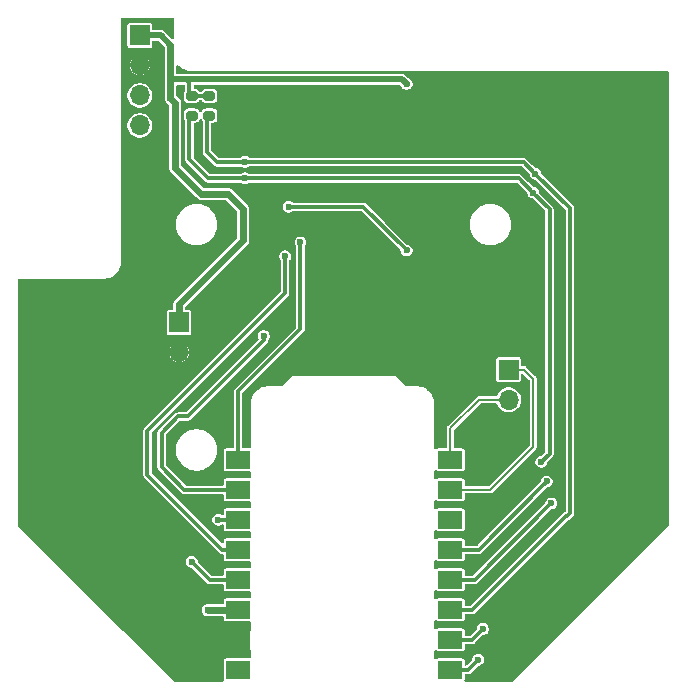
<source format=gbr>
%TF.GenerationSoftware,KiCad,Pcbnew,9.0.0*%
%TF.CreationDate,2025-03-25T20:09:49+01:00*%
%TF.ProjectId,raumtemp_front,7261756d-7465-46d7-905f-66726f6e742e,rev?*%
%TF.SameCoordinates,Original*%
%TF.FileFunction,Copper,L2,Bot*%
%TF.FilePolarity,Positive*%
%FSLAX46Y46*%
G04 Gerber Fmt 4.6, Leading zero omitted, Abs format (unit mm)*
G04 Created by KiCad (PCBNEW 9.0.0) date 2025-03-25 20:09:49*
%MOMM*%
%LPD*%
G01*
G04 APERTURE LIST*
G04 Aperture macros list*
%AMRoundRect*
0 Rectangle with rounded corners*
0 $1 Rounding radius*
0 $2 $3 $4 $5 $6 $7 $8 $9 X,Y pos of 4 corners*
0 Add a 4 corners polygon primitive as box body*
4,1,4,$2,$3,$4,$5,$6,$7,$8,$9,$2,$3,0*
0 Add four circle primitives for the rounded corners*
1,1,$1+$1,$2,$3*
1,1,$1+$1,$4,$5*
1,1,$1+$1,$6,$7*
1,1,$1+$1,$8,$9*
0 Add four rect primitives between the rounded corners*
20,1,$1+$1,$2,$3,$4,$5,0*
20,1,$1+$1,$4,$5,$6,$7,0*
20,1,$1+$1,$6,$7,$8,$9,0*
20,1,$1+$1,$8,$9,$2,$3,0*%
G04 Aperture macros list end*
%TA.AperFunction,SMDPad,CuDef*%
%ADD10R,2.025000X1.524000*%
%TD*%
%TA.AperFunction,ComponentPad*%
%ADD11R,1.700000X1.700000*%
%TD*%
%TA.AperFunction,ComponentPad*%
%ADD12O,1.700000X1.700000*%
%TD*%
%TA.AperFunction,SMDPad,CuDef*%
%ADD13RoundRect,0.200000X-0.275000X0.200000X-0.275000X-0.200000X0.275000X-0.200000X0.275000X0.200000X0*%
%TD*%
%TA.AperFunction,ViaPad*%
%ADD14C,0.600000*%
%TD*%
%TA.AperFunction,Conductor*%
%ADD15C,0.300000*%
%TD*%
%TA.AperFunction,Conductor*%
%ADD16C,0.600000*%
%TD*%
%TA.AperFunction,Conductor*%
%ADD17C,0.200000*%
%TD*%
%TA.AperFunction,Conductor*%
%ADD18C,0.500000*%
%TD*%
G04 APERTURE END LIST*
D10*
%TO.P,U1,0,GPIO0*%
%TO.N,Net-(J2-Pin_5)*%
X153915000Y-127820000D03*
%TO.P,U1,1,GPIO1*%
%TO.N,Net-(J2-Pin_8)*%
X153915000Y-130360000D03*
%TO.P,U1,2,GPIO2*%
%TO.N,Net-(J2-Pin_3)*%
X153915000Y-132900000D03*
%TO.P,U1,3,GPIO3*%
%TO.N,Net-(J2-Pin_6)*%
X153915000Y-135440000D03*
%TO.P,U1,3.3,3V3*%
%TO.N,+3.3V*%
X153915000Y-140520000D03*
%TO.P,U1,4,GPIO4*%
%TO.N,Net-(J2-Pin_4)*%
X153915000Y-137980000D03*
%TO.P,U1,5,GPIO5*%
%TO.N,Net-(J2-Pin_7)*%
X171885000Y-145600000D03*
%TO.P,U1,5V,5V*%
%TO.N,unconnected-(U1-Pad5V)*%
X153915000Y-145600000D03*
%TO.P,U1,6,GPIO6*%
%TO.N,Net-(J1-Pin_3)*%
X171885000Y-143060000D03*
%TO.P,U1,7,GPIO7*%
%TO.N,Net-(J1-Pin_4)*%
X171885000Y-140520000D03*
%TO.P,U1,8,GPIO8*%
%TO.N,Net-(J1-Pin_1)*%
X171885000Y-137980000D03*
%TO.P,U1,9,GPIO9*%
%TO.N,Net-(J1-Pin_2)*%
X171885000Y-135440000D03*
%TO.P,U1,10,GPIO10*%
%TO.N,unconnected-(U1-GPIO10-Pad10)*%
X171885000Y-132900000D03*
%TO.P,U1,20,GPIO20*%
%TO.N,Net-(J5-Pin_1)*%
X171885000Y-130360000D03*
%TO.P,U1,21,GPIO21*%
%TO.N,Net-(J5-Pin_2)*%
X171885000Y-127820000D03*
%TO.P,U1,G,GND*%
%TO.N,GND*%
X153915000Y-143060000D03*
%TD*%
D11*
%TO.P,J3,1,Pin_1*%
%TO.N,+3.3V*%
X145600000Y-91900000D03*
D12*
%TO.P,J3,2,Pin_2*%
%TO.N,GND*%
X145600000Y-94440000D03*
%TO.P,J3,3,Pin_3*%
%TO.N,Net-(J1-Pin_4)*%
X145600000Y-96980000D03*
%TO.P,J3,4,Pin_4*%
%TO.N,Net-(J1-Pin_3)*%
X145600000Y-99520000D03*
%TD*%
D11*
%TO.P,J5,1,Pin_1*%
%TO.N,Net-(J5-Pin_1)*%
X176825000Y-120200000D03*
D12*
%TO.P,J5,2,Pin_2*%
%TO.N,Net-(J5-Pin_2)*%
X176825000Y-122740000D03*
%TD*%
D11*
%TO.P,J4,1,Pin_1*%
%TO.N,+3.3V*%
X148925000Y-116200000D03*
D12*
%TO.P,J4,2,Pin_2*%
%TO.N,GND*%
X148925000Y-118740000D03*
%TD*%
D13*
%TO.P,R1,1*%
%TO.N,+3.3V*%
X150000000Y-97025000D03*
%TO.P,R1,2*%
%TO.N,Net-(J1-Pin_3)*%
X150000000Y-98675000D03*
%TD*%
%TO.P,R2,1*%
%TO.N,+3.3V*%
X151500000Y-97025000D03*
%TO.P,R2,2*%
%TO.N,Net-(J1-Pin_4)*%
X151500000Y-98675000D03*
%TD*%
D14*
%TO.N,Net-(J1-Pin_4)*%
X154500000Y-102600000D03*
X179100000Y-103600000D03*
%TO.N,Net-(J1-Pin_3)*%
X154500000Y-104000000D03*
X174650000Y-142150000D03*
X179600000Y-128000000D03*
X178900000Y-105200000D03*
%TO.N,Net-(J1-Pin_2)*%
X180050000Y-129650000D03*
%TO.N,Net-(J1-Pin_1)*%
X180450000Y-131500000D03*
%TO.N,Net-(J2-Pin_7)*%
X158200000Y-106400000D03*
X168200000Y-110100000D03*
X174250000Y-144750000D03*
%TO.N,Net-(J2-Pin_3)*%
X152250000Y-132900000D03*
%TO.N,Net-(J2-Pin_4)*%
X150000000Y-136450000D03*
%TO.N,Net-(J2-Pin_6)*%
X157900000Y-110600000D03*
%TO.N,Net-(J2-Pin_8)*%
X156100000Y-117350000D03*
%TO.N,Net-(J2-Pin_5)*%
X159200000Y-109400000D03*
%TO.N,GND*%
X170200000Y-95900000D03*
%TO.N,+3.3V*%
X151350000Y-140550000D03*
X148200000Y-97200000D03*
X168200000Y-96000000D03*
%TD*%
D15*
%TO.N,Net-(J2-Pin_8)*%
X149360000Y-130360000D02*
X153915000Y-130360000D01*
X147450000Y-125550000D02*
X147450000Y-128450000D01*
X148850000Y-124150000D02*
X147450000Y-125550000D01*
X147450000Y-128450000D02*
X149360000Y-130360000D01*
X156100000Y-117700000D02*
X149650000Y-124150000D01*
X156100000Y-117350000D02*
X156100000Y-117700000D01*
X149650000Y-124150000D02*
X148850000Y-124150000D01*
%TO.N,Net-(J2-Pin_3)*%
X153915000Y-132900000D02*
X152250000Y-132900000D01*
%TO.N,Net-(J2-Pin_6)*%
X146250000Y-125350000D02*
X157900000Y-113700000D01*
X157900000Y-113700000D02*
X157900000Y-110600000D01*
X146250000Y-129087500D02*
X146250000Y-125350000D01*
X152602500Y-135440000D02*
X146250000Y-129087500D01*
X153915000Y-135440000D02*
X152602500Y-135440000D01*
%TO.N,Net-(J1-Pin_1)*%
X173970000Y-137980000D02*
X171885000Y-137980000D01*
X180450000Y-131500000D02*
X173970000Y-137980000D01*
D16*
%TO.N,+3.3V*%
X148600000Y-103100000D02*
X148600000Y-97600000D01*
X154350000Y-106600000D02*
X153050000Y-105300000D01*
X148925000Y-114675000D02*
X154350000Y-109250000D01*
X150800000Y-105300000D02*
X148600000Y-103100000D01*
X148600000Y-97600000D02*
X148200000Y-97200000D01*
X148925000Y-116200000D02*
X148925000Y-114675000D01*
X154350000Y-109250000D02*
X154350000Y-106600000D01*
X153050000Y-105300000D02*
X150800000Y-105300000D01*
D15*
%TO.N,Net-(J1-Pin_4)*%
X178100000Y-102600000D02*
X179100000Y-103600000D01*
X154500000Y-102600000D02*
X178100000Y-102600000D01*
%TO.N,Net-(J1-Pin_3)*%
X154500000Y-104000000D02*
X177700000Y-104000000D01*
X177700000Y-104000000D02*
X178900000Y-105200000D01*
%TO.N,Net-(J1-Pin_4)*%
X151300000Y-101800000D02*
X152150000Y-102650000D01*
X171885000Y-140520000D02*
X173730000Y-140520000D01*
X151300000Y-98675000D02*
X151300000Y-101800000D01*
X182000000Y-132350000D02*
X182000000Y-106500000D01*
X181650000Y-132600000D02*
X181750000Y-132600000D01*
X179100000Y-103600000D02*
X182000000Y-106500000D01*
X154450000Y-102650000D02*
X154500000Y-102600000D01*
X173730000Y-140520000D02*
X181650000Y-132600000D01*
X181750000Y-132600000D02*
X182000000Y-132350000D01*
X152150000Y-102650000D02*
X154450000Y-102650000D01*
%TO.N,Net-(J1-Pin_3)*%
X178900000Y-105200000D02*
X180300000Y-106600000D01*
X151400000Y-104000000D02*
X154500000Y-104000000D01*
X149800000Y-98675000D02*
X149800000Y-102400000D01*
X149800000Y-102400000D02*
X151400000Y-104000000D01*
X180300000Y-127300000D02*
X179600000Y-128000000D01*
X173740000Y-143060000D02*
X174650000Y-142150000D01*
X171885000Y-143060000D02*
X173740000Y-143060000D01*
X180300000Y-106600000D02*
X180300000Y-127300000D01*
%TO.N,Net-(J1-Pin_2)*%
X179750000Y-130000000D02*
X180050000Y-129700000D01*
X180050000Y-129700000D02*
X180050000Y-129650000D01*
X171885000Y-135440000D02*
X174310000Y-135440000D01*
X174310000Y-135440000D02*
X179750000Y-130000000D01*
%TO.N,Net-(J2-Pin_7)*%
X164500000Y-106400000D02*
X168200000Y-110100000D01*
X173400000Y-145600000D02*
X174250000Y-144750000D01*
X171885000Y-145600000D02*
X173400000Y-145600000D01*
X158200000Y-106400000D02*
X164500000Y-106400000D01*
%TO.N,Net-(J2-Pin_4)*%
X150000000Y-136450000D02*
X151530000Y-137980000D01*
X151530000Y-137980000D02*
X153915000Y-137980000D01*
D17*
%TO.N,Net-(J5-Pin_1)*%
X178150000Y-120200000D02*
X176825000Y-120200000D01*
X171885000Y-130360000D02*
X175290000Y-130360000D01*
X175290000Y-130360000D02*
X178900000Y-126750000D01*
X178900000Y-120950000D02*
X178150000Y-120200000D01*
X178900000Y-126750000D02*
X178900000Y-120950000D01*
%TO.N,Net-(J5-Pin_2)*%
X174310000Y-122740000D02*
X176825000Y-122740000D01*
X171885000Y-127820000D02*
X171885000Y-125165000D01*
X171885000Y-125165000D02*
X174310000Y-122740000D01*
D15*
%TO.N,Net-(J2-Pin_5)*%
X153915000Y-122035000D02*
X159200000Y-116750000D01*
X159200000Y-116750000D02*
X159200000Y-109400000D01*
X153915000Y-127820000D02*
X153915000Y-122035000D01*
D16*
%TO.N,GND*%
X148925000Y-118740000D02*
X147760000Y-118740000D01*
X152000000Y-143100000D02*
X152040000Y-143060000D01*
X150900000Y-143100000D02*
X152000000Y-143100000D01*
X147760000Y-118740000D02*
X144500000Y-122000000D01*
X144500000Y-136700000D02*
X150900000Y-143100000D01*
D15*
X170200000Y-95900000D02*
X171450000Y-95900000D01*
D16*
X152040000Y-143060000D02*
X153915000Y-143060000D01*
D18*
X147640000Y-118740000D02*
X148925000Y-118740000D01*
D16*
X144500000Y-122000000D02*
X144500000Y-136700000D01*
D18*
X147400000Y-96240000D02*
X147400000Y-113100000D01*
X146900000Y-113600000D02*
X146900000Y-118000000D01*
X145600000Y-94440000D02*
X147400000Y-96240000D01*
X146900000Y-118000000D02*
X147640000Y-118740000D01*
X147400000Y-113100000D02*
X146900000Y-113600000D01*
D15*
%TO.N,+3.3V*%
X148200000Y-95600000D02*
X148200000Y-92700000D01*
D16*
X148200000Y-97200000D02*
X148200000Y-92700000D01*
D18*
X148200000Y-95600000D02*
X149450000Y-95600000D01*
X149450000Y-95600000D02*
X167800000Y-95600000D01*
D16*
X151350000Y-140550000D02*
X153885000Y-140550000D01*
X153885000Y-140550000D02*
X153915000Y-140520000D01*
D18*
X148200000Y-92700000D02*
X147400000Y-91900000D01*
X167800000Y-95600000D02*
X168200000Y-96000000D01*
D15*
X149800000Y-97025000D02*
X149800000Y-95950000D01*
X149800000Y-95950000D02*
X149450000Y-95600000D01*
D18*
X147400000Y-91900000D02*
X145600000Y-91900000D01*
D15*
X151300000Y-97025000D02*
X149800000Y-97025000D01*
%TD*%
%TA.AperFunction,Conductor*%
%TO.N,GND*%
G36*
X148458691Y-90419407D02*
G01*
X148494655Y-90468907D01*
X148499500Y-90499500D01*
X148499500Y-92123388D01*
X148480593Y-92181579D01*
X148431093Y-92217543D01*
X148369907Y-92217543D01*
X148330497Y-92193392D01*
X147676614Y-91539511D01*
X147676609Y-91539507D01*
X147573890Y-91480202D01*
X147573886Y-91480200D01*
X147549673Y-91473712D01*
X147549673Y-91473713D01*
X147459309Y-91449500D01*
X147459307Y-91449500D01*
X146749500Y-91449500D01*
X146691309Y-91430593D01*
X146655345Y-91381093D01*
X146650500Y-91350500D01*
X146650500Y-91030253D01*
X146650498Y-91030241D01*
X146647711Y-91016231D01*
X146638867Y-90971769D01*
X146594552Y-90905448D01*
X146594548Y-90905445D01*
X146528233Y-90861134D01*
X146528231Y-90861133D01*
X146528228Y-90861132D01*
X146528227Y-90861132D01*
X146469758Y-90849501D01*
X146469748Y-90849500D01*
X144730252Y-90849500D01*
X144730251Y-90849500D01*
X144730241Y-90849501D01*
X144671772Y-90861132D01*
X144671766Y-90861134D01*
X144605451Y-90905445D01*
X144605445Y-90905451D01*
X144561134Y-90971766D01*
X144561132Y-90971772D01*
X144549501Y-91030241D01*
X144549500Y-91030253D01*
X144549500Y-92769746D01*
X144549501Y-92769758D01*
X144561132Y-92828227D01*
X144561133Y-92828231D01*
X144605448Y-92894552D01*
X144671769Y-92938867D01*
X144716231Y-92947711D01*
X144730241Y-92950498D01*
X144730246Y-92950498D01*
X144730252Y-92950500D01*
X144730253Y-92950500D01*
X146469747Y-92950500D01*
X146469748Y-92950500D01*
X146528231Y-92938867D01*
X146594552Y-92894552D01*
X146638867Y-92828231D01*
X146650500Y-92769748D01*
X146650500Y-92449500D01*
X146669407Y-92391309D01*
X146718907Y-92355345D01*
X146749500Y-92350500D01*
X147172389Y-92350500D01*
X147230580Y-92369407D01*
X147242393Y-92379496D01*
X147670504Y-92807607D01*
X147698281Y-92862124D01*
X147699500Y-92877611D01*
X147699500Y-97134108D01*
X147699500Y-97265892D01*
X147722117Y-97350299D01*
X147733609Y-97393190D01*
X147799496Y-97507309D01*
X147799498Y-97507311D01*
X147799500Y-97507314D01*
X148070505Y-97778319D01*
X148098281Y-97832834D01*
X148099500Y-97848321D01*
X148099500Y-103034108D01*
X148099500Y-103165892D01*
X148129579Y-103278151D01*
X148133609Y-103293190D01*
X148199496Y-103407309D01*
X148199497Y-103407310D01*
X148199498Y-103407311D01*
X148199500Y-103407314D01*
X150399500Y-105607314D01*
X150399499Y-105607314D01*
X150492685Y-105700499D01*
X150492690Y-105700503D01*
X150606810Y-105766390D01*
X150606808Y-105766390D01*
X150606812Y-105766391D01*
X150606814Y-105766392D01*
X150734108Y-105800500D01*
X152801678Y-105800500D01*
X152859869Y-105819407D01*
X152871682Y-105829496D01*
X153820504Y-106778318D01*
X153848281Y-106832835D01*
X153849500Y-106848322D01*
X153849500Y-109001678D01*
X153830593Y-109059869D01*
X153820504Y-109071682D01*
X148617686Y-114274500D01*
X148617685Y-114274499D01*
X148524500Y-114367685D01*
X148524496Y-114367690D01*
X148458609Y-114481809D01*
X148424500Y-114609109D01*
X148424500Y-115050500D01*
X148405593Y-115108691D01*
X148356093Y-115144655D01*
X148325500Y-115149500D01*
X148055252Y-115149500D01*
X148055251Y-115149500D01*
X148055241Y-115149501D01*
X147996772Y-115161132D01*
X147996766Y-115161134D01*
X147930451Y-115205445D01*
X147930445Y-115205451D01*
X147886134Y-115271766D01*
X147886132Y-115271772D01*
X147874501Y-115330241D01*
X147874500Y-115330253D01*
X147874500Y-117069746D01*
X147874501Y-117069758D01*
X147886132Y-117128227D01*
X147886134Y-117128233D01*
X147905232Y-117156814D01*
X147930448Y-117194552D01*
X147996769Y-117238867D01*
X148041231Y-117247711D01*
X148055241Y-117250498D01*
X148055246Y-117250498D01*
X148055252Y-117250500D01*
X148055253Y-117250500D01*
X149794747Y-117250500D01*
X149794748Y-117250500D01*
X149853231Y-117238867D01*
X149919552Y-117194552D01*
X149963867Y-117128231D01*
X149975500Y-117069748D01*
X149975500Y-115330252D01*
X149963867Y-115271769D01*
X149919552Y-115205448D01*
X149919548Y-115205445D01*
X149853233Y-115161134D01*
X149853231Y-115161133D01*
X149853228Y-115161132D01*
X149853227Y-115161132D01*
X149794758Y-115149501D01*
X149794748Y-115149500D01*
X149794747Y-115149500D01*
X149524500Y-115149500D01*
X149509588Y-115144655D01*
X149493907Y-115144655D01*
X149481221Y-115135438D01*
X149466309Y-115130593D01*
X149457092Y-115117907D01*
X149444407Y-115108691D01*
X149439561Y-115093778D01*
X149430345Y-115081093D01*
X149425500Y-115050500D01*
X149425500Y-114923321D01*
X149444407Y-114865130D01*
X149454490Y-114853323D01*
X154750500Y-109557314D01*
X154816392Y-109443186D01*
X154850500Y-109315892D01*
X154850500Y-109184107D01*
X154850500Y-106534108D01*
X154816392Y-106406814D01*
X154774415Y-106334108D01*
X157699500Y-106334108D01*
X157699500Y-106465892D01*
X157717778Y-106534108D01*
X157733609Y-106593190D01*
X157799496Y-106707309D01*
X157799498Y-106707311D01*
X157799500Y-106707314D01*
X157892686Y-106800500D01*
X157892688Y-106800501D01*
X157892690Y-106800503D01*
X158006810Y-106866390D01*
X158006808Y-106866390D01*
X158006812Y-106866391D01*
X158006814Y-106866392D01*
X158134108Y-106900500D01*
X158134110Y-106900500D01*
X158265890Y-106900500D01*
X158265892Y-106900500D01*
X158393186Y-106866392D01*
X158393188Y-106866390D01*
X158393190Y-106866390D01*
X158507309Y-106800503D01*
X158507309Y-106800502D01*
X158507314Y-106800500D01*
X158528319Y-106779494D01*
X158582834Y-106751719D01*
X158598321Y-106750500D01*
X164313810Y-106750500D01*
X164372001Y-106769407D01*
X164383814Y-106779496D01*
X167670504Y-110066186D01*
X167698281Y-110120703D01*
X167699500Y-110136190D01*
X167699500Y-110165892D01*
X167729579Y-110278151D01*
X167733609Y-110293190D01*
X167799496Y-110407309D01*
X167799498Y-110407311D01*
X167799500Y-110407314D01*
X167892686Y-110500500D01*
X167892688Y-110500501D01*
X167892690Y-110500503D01*
X168006810Y-110566390D01*
X168006808Y-110566390D01*
X168006812Y-110566391D01*
X168006814Y-110566392D01*
X168134108Y-110600500D01*
X168134110Y-110600500D01*
X168265890Y-110600500D01*
X168265892Y-110600500D01*
X168393186Y-110566392D01*
X168393188Y-110566390D01*
X168393190Y-110566390D01*
X168507309Y-110500503D01*
X168507309Y-110500502D01*
X168507314Y-110500500D01*
X168600500Y-110407314D01*
X168666392Y-110293186D01*
X168700500Y-110165892D01*
X168700500Y-110034108D01*
X168666392Y-109906814D01*
X168666390Y-109906811D01*
X168666390Y-109906809D01*
X168600503Y-109792690D01*
X168600501Y-109792688D01*
X168600500Y-109792686D01*
X168507314Y-109699500D01*
X168507311Y-109699498D01*
X168507309Y-109699496D01*
X168393189Y-109633609D01*
X168393191Y-109633609D01*
X168343799Y-109620375D01*
X168265892Y-109599500D01*
X168265890Y-109599500D01*
X168236190Y-109599500D01*
X168177999Y-109580593D01*
X168166186Y-109570504D01*
X166459941Y-107864259D01*
X166393177Y-107797495D01*
X173524672Y-107797495D01*
X173524672Y-108026964D01*
X173554624Y-108254468D01*
X173614013Y-108476115D01*
X173701825Y-108688113D01*
X173701828Y-108688118D01*
X173816561Y-108886842D01*
X173956253Y-109068891D01*
X174118511Y-109231149D01*
X174300560Y-109370841D01*
X174499284Y-109485574D01*
X174499285Y-109485574D01*
X174499288Y-109485576D01*
X174595339Y-109525361D01*
X174711285Y-109573388D01*
X174932934Y-109632778D01*
X175160438Y-109662730D01*
X175160439Y-109662730D01*
X175389905Y-109662730D01*
X175389906Y-109662730D01*
X175617410Y-109632778D01*
X175839059Y-109573388D01*
X176051060Y-109485574D01*
X176249784Y-109370841D01*
X176431833Y-109231149D01*
X176594091Y-109068891D01*
X176733783Y-108886842D01*
X176848516Y-108688118D01*
X176936330Y-108476117D01*
X176995720Y-108254468D01*
X177025672Y-108026964D01*
X177025672Y-107797496D01*
X176995720Y-107569992D01*
X176936330Y-107348343D01*
X176848516Y-107136342D01*
X176733783Y-106937618D01*
X176594091Y-106755569D01*
X176431833Y-106593311D01*
X176354679Y-106534108D01*
X176249783Y-106453618D01*
X176051055Y-106338883D01*
X175839057Y-106251071D01*
X175617410Y-106191682D01*
X175389906Y-106161730D01*
X175160438Y-106161730D01*
X175160437Y-106161730D01*
X174932933Y-106191682D01*
X174711286Y-106251071D01*
X174499288Y-106338883D01*
X174300560Y-106453618D01*
X174118514Y-106593308D01*
X173956250Y-106755572D01*
X173816560Y-106937618D01*
X173701825Y-107136346D01*
X173614013Y-107348344D01*
X173554624Y-107569991D01*
X173524672Y-107797495D01*
X166393177Y-107797495D01*
X165732024Y-107136342D01*
X164715212Y-106119530D01*
X164635288Y-106073386D01*
X164546144Y-106049500D01*
X164546142Y-106049500D01*
X158598321Y-106049500D01*
X158540130Y-106030593D01*
X158528323Y-106020509D01*
X158507314Y-105999500D01*
X158507311Y-105999498D01*
X158507309Y-105999496D01*
X158393189Y-105933609D01*
X158393191Y-105933609D01*
X158343799Y-105920375D01*
X158265892Y-105899500D01*
X158134108Y-105899500D01*
X158056200Y-105920375D01*
X158006809Y-105933609D01*
X157892690Y-105999496D01*
X157799496Y-106092690D01*
X157733609Y-106206809D01*
X157721749Y-106251071D01*
X157699500Y-106334108D01*
X154774415Y-106334108D01*
X154750500Y-106292686D01*
X154708885Y-106251071D01*
X154657314Y-106199499D01*
X154657314Y-106199500D01*
X153357314Y-104899500D01*
X153357311Y-104899498D01*
X153357310Y-104899497D01*
X153357309Y-104899496D01*
X153243189Y-104833609D01*
X153243191Y-104833609D01*
X153193799Y-104820375D01*
X153115892Y-104799500D01*
X153115890Y-104799500D01*
X151048322Y-104799500D01*
X150990131Y-104780593D01*
X150978318Y-104770504D01*
X149129496Y-102921682D01*
X149101719Y-102867165D01*
X149100500Y-102851678D01*
X149100500Y-97534107D01*
X149096848Y-97520480D01*
X149096847Y-97520477D01*
X149093319Y-97507309D01*
X149066392Y-97406814D01*
X149058524Y-97393186D01*
X149048313Y-97375499D01*
X149048313Y-97375498D01*
X149000503Y-97292690D01*
X149000499Y-97292685D01*
X148907314Y-97199499D01*
X148907314Y-97199500D01*
X148729496Y-97021682D01*
X148701719Y-96967165D01*
X148700500Y-96951678D01*
X148700500Y-96149500D01*
X148719407Y-96091309D01*
X148768907Y-96055345D01*
X148799500Y-96050500D01*
X149350500Y-96050500D01*
X149408691Y-96069407D01*
X149444655Y-96118907D01*
X149449500Y-96149500D01*
X149449500Y-96493100D01*
X149430593Y-96551291D01*
X149420505Y-96563102D01*
X149396952Y-96586655D01*
X149396950Y-96586658D01*
X149339354Y-96699695D01*
X149324500Y-96793477D01*
X149324500Y-97256520D01*
X149324501Y-97256523D01*
X149339352Y-97350299D01*
X149339354Y-97350304D01*
X149396950Y-97463342D01*
X149486658Y-97553050D01*
X149599696Y-97610646D01*
X149693481Y-97625500D01*
X150306518Y-97625499D01*
X150306520Y-97625499D01*
X150306521Y-97625498D01*
X150353411Y-97618072D01*
X150400299Y-97610647D01*
X150400299Y-97610646D01*
X150400304Y-97610646D01*
X150513342Y-97553050D01*
X150603050Y-97463342D01*
X150620266Y-97429554D01*
X150636655Y-97413164D01*
X150650284Y-97394407D01*
X150657882Y-97391938D01*
X150663531Y-97386290D01*
X150708475Y-97375500D01*
X150791525Y-97375500D01*
X150849716Y-97394407D01*
X150879734Y-97429554D01*
X150896950Y-97463342D01*
X150986658Y-97553050D01*
X151099696Y-97610646D01*
X151193481Y-97625500D01*
X151806518Y-97625499D01*
X151806520Y-97625499D01*
X151806521Y-97625498D01*
X151853411Y-97618072D01*
X151900299Y-97610647D01*
X151900299Y-97610646D01*
X151900304Y-97610646D01*
X152013342Y-97553050D01*
X152103050Y-97463342D01*
X152160646Y-97350304D01*
X152175500Y-97256519D01*
X152175499Y-96793482D01*
X152160646Y-96699696D01*
X152103050Y-96586658D01*
X152013342Y-96496950D01*
X151900304Y-96439354D01*
X151900305Y-96439354D01*
X151806522Y-96424500D01*
X151193479Y-96424500D01*
X151193476Y-96424501D01*
X151099700Y-96439352D01*
X151099695Y-96439354D01*
X150986659Y-96496949D01*
X150896949Y-96586659D01*
X150879734Y-96620446D01*
X150863344Y-96636835D01*
X150849716Y-96655593D01*
X150842117Y-96658061D01*
X150836469Y-96663710D01*
X150791525Y-96674500D01*
X150708475Y-96674500D01*
X150650284Y-96655593D01*
X150620266Y-96620446D01*
X150618671Y-96617317D01*
X150603050Y-96586658D01*
X150513342Y-96496950D01*
X150400304Y-96439354D01*
X150400305Y-96439354D01*
X150306522Y-96424500D01*
X150306519Y-96424500D01*
X150249500Y-96424500D01*
X150234588Y-96419655D01*
X150218907Y-96419655D01*
X150206221Y-96410438D01*
X150191309Y-96405593D01*
X150182092Y-96392907D01*
X150169407Y-96383691D01*
X150164561Y-96368778D01*
X150155345Y-96356093D01*
X150150500Y-96325500D01*
X150150500Y-96149500D01*
X150169407Y-96091309D01*
X150218907Y-96055345D01*
X150249500Y-96050500D01*
X167572389Y-96050500D01*
X167630580Y-96069407D01*
X167642393Y-96079496D01*
X167706624Y-96143727D01*
X167732245Y-96188103D01*
X167733606Y-96193182D01*
X167733609Y-96193189D01*
X167799496Y-96307309D01*
X167799498Y-96307311D01*
X167799500Y-96307314D01*
X167892686Y-96400500D01*
X167892688Y-96400501D01*
X167892690Y-96400503D01*
X168006810Y-96466390D01*
X168006808Y-96466390D01*
X168006812Y-96466391D01*
X168006814Y-96466392D01*
X168134108Y-96500500D01*
X168134110Y-96500500D01*
X168265890Y-96500500D01*
X168265892Y-96500500D01*
X168393186Y-96466392D01*
X168393188Y-96466390D01*
X168393190Y-96466390D01*
X168507309Y-96400503D01*
X168507309Y-96400502D01*
X168507314Y-96400500D01*
X168600500Y-96307314D01*
X168666392Y-96193186D01*
X168700500Y-96065892D01*
X168700500Y-95934108D01*
X168666392Y-95806814D01*
X168666390Y-95806811D01*
X168666390Y-95806809D01*
X168600503Y-95692690D01*
X168600501Y-95692688D01*
X168600500Y-95692686D01*
X168507314Y-95599500D01*
X168507311Y-95599498D01*
X168507309Y-95599496D01*
X168393189Y-95533609D01*
X168393182Y-95533606D01*
X168388103Y-95532245D01*
X168343728Y-95506624D01*
X168076614Y-95239511D01*
X168076609Y-95239507D01*
X167973890Y-95180202D01*
X167973886Y-95180200D01*
X167949673Y-95173712D01*
X167949673Y-95173713D01*
X167859309Y-95149500D01*
X167859307Y-95149500D01*
X148799500Y-95149500D01*
X148741309Y-95130593D01*
X148705345Y-95081093D01*
X148700500Y-95050500D01*
X148700500Y-94457050D01*
X148719407Y-94398859D01*
X148768907Y-94362895D01*
X148830093Y-94362895D01*
X148874333Y-94392236D01*
X148936046Y-94463494D01*
X148936049Y-94463497D01*
X148936055Y-94463503D01*
X149053149Y-94565000D01*
X149098330Y-94604163D01*
X149143182Y-94632993D01*
X149278990Y-94720289D01*
X149330261Y-94743703D01*
X149474347Y-94809506D01*
X149680417Y-94869995D01*
X149893000Y-94900523D01*
X149893004Y-94900522D01*
X149893005Y-94900523D01*
X150000383Y-94900500D01*
X190300500Y-94900500D01*
X190358691Y-94919407D01*
X190394655Y-94968907D01*
X190399500Y-94999500D01*
X190399500Y-133351678D01*
X190380593Y-133409869D01*
X190370504Y-133421682D01*
X177221682Y-146570504D01*
X177167165Y-146598281D01*
X177151678Y-146599500D01*
X173165163Y-146599500D01*
X173106972Y-146580593D01*
X173071008Y-146531093D01*
X173071008Y-146469907D01*
X173082847Y-146445499D01*
X173082962Y-146445325D01*
X173086367Y-146440231D01*
X173098000Y-146381748D01*
X173098000Y-146049500D01*
X173116907Y-145991309D01*
X173166407Y-145955345D01*
X173197000Y-145950500D01*
X173446142Y-145950500D01*
X173446144Y-145950500D01*
X173535288Y-145926614D01*
X173615212Y-145880470D01*
X174216186Y-145279496D01*
X174270703Y-145251719D01*
X174286190Y-145250500D01*
X174315890Y-145250500D01*
X174315892Y-145250500D01*
X174443186Y-145216392D01*
X174443188Y-145216390D01*
X174443190Y-145216390D01*
X174557309Y-145150503D01*
X174557309Y-145150502D01*
X174557314Y-145150500D01*
X174650500Y-145057314D01*
X174716392Y-144943186D01*
X174750500Y-144815892D01*
X174750500Y-144684108D01*
X174716392Y-144556814D01*
X174716390Y-144556811D01*
X174716390Y-144556809D01*
X174650503Y-144442690D01*
X174650501Y-144442688D01*
X174650500Y-144442686D01*
X174557314Y-144349500D01*
X174557311Y-144349498D01*
X174557309Y-144349496D01*
X174443189Y-144283609D01*
X174443191Y-144283609D01*
X174393799Y-144270375D01*
X174315892Y-144249500D01*
X174184108Y-144249500D01*
X174106200Y-144270375D01*
X174056809Y-144283609D01*
X173942690Y-144349496D01*
X173849496Y-144442690D01*
X173783609Y-144556809D01*
X173783608Y-144556814D01*
X173758872Y-144649133D01*
X173749500Y-144684109D01*
X173749500Y-144713810D01*
X173730593Y-144772001D01*
X173720504Y-144783814D01*
X173283814Y-145220504D01*
X173276696Y-145224130D01*
X173272001Y-145230593D01*
X173249952Y-145237756D01*
X173229297Y-145248281D01*
X173213810Y-145249500D01*
X173197000Y-145249500D01*
X173138809Y-145230593D01*
X173102845Y-145181093D01*
X173098000Y-145150500D01*
X173098000Y-144818253D01*
X173097998Y-144818241D01*
X173088800Y-144772001D01*
X173086367Y-144759769D01*
X173042052Y-144693448D01*
X173042048Y-144693445D01*
X172975733Y-144649134D01*
X172975731Y-144649133D01*
X172975728Y-144649132D01*
X172975727Y-144649132D01*
X172917258Y-144637501D01*
X172917248Y-144637500D01*
X170852752Y-144637500D01*
X170852751Y-144637500D01*
X170852741Y-144637501D01*
X170794272Y-144649132D01*
X170794266Y-144649134D01*
X170727951Y-144693445D01*
X170721054Y-144700343D01*
X170718708Y-144697997D01*
X170683756Y-144725548D01*
X170622618Y-144727948D01*
X170571746Y-144693953D01*
X170550571Y-144636548D01*
X170550495Y-144632666D01*
X170550495Y-144027333D01*
X170569402Y-143969142D01*
X170618902Y-143933178D01*
X170680088Y-143933178D01*
X170719151Y-143961559D01*
X170721054Y-143959657D01*
X170727945Y-143966548D01*
X170727948Y-143966552D01*
X170794269Y-144010867D01*
X170838731Y-144019711D01*
X170852741Y-144022498D01*
X170852746Y-144022498D01*
X170852752Y-144022500D01*
X170852753Y-144022500D01*
X172917247Y-144022500D01*
X172917248Y-144022500D01*
X172975731Y-144010867D01*
X173042052Y-143966552D01*
X173086367Y-143900231D01*
X173098000Y-143841748D01*
X173098000Y-143509500D01*
X173116907Y-143451309D01*
X173166407Y-143415345D01*
X173197000Y-143410500D01*
X173786142Y-143410500D01*
X173786144Y-143410500D01*
X173875288Y-143386614D01*
X173955212Y-143340470D01*
X174616185Y-142679495D01*
X174670702Y-142651719D01*
X174686189Y-142650500D01*
X174715890Y-142650500D01*
X174715892Y-142650500D01*
X174843186Y-142616392D01*
X174843188Y-142616390D01*
X174843190Y-142616390D01*
X174957309Y-142550503D01*
X174957309Y-142550502D01*
X174957314Y-142550500D01*
X175050500Y-142457314D01*
X175116392Y-142343186D01*
X175150500Y-142215892D01*
X175150500Y-142084108D01*
X175116392Y-141956814D01*
X175116390Y-141956811D01*
X175116390Y-141956809D01*
X175050503Y-141842690D01*
X175050501Y-141842688D01*
X175050500Y-141842686D01*
X174957314Y-141749500D01*
X174957311Y-141749498D01*
X174957309Y-141749496D01*
X174843189Y-141683609D01*
X174843191Y-141683609D01*
X174793799Y-141670375D01*
X174715892Y-141649500D01*
X174584108Y-141649500D01*
X174506200Y-141670375D01*
X174456809Y-141683609D01*
X174342690Y-141749496D01*
X174249496Y-141842690D01*
X174183609Y-141956809D01*
X174149500Y-142084109D01*
X174149500Y-142113810D01*
X174130593Y-142172001D01*
X174120504Y-142183814D01*
X173623814Y-142680504D01*
X173569297Y-142708281D01*
X173553810Y-142709500D01*
X173197000Y-142709500D01*
X173138809Y-142690593D01*
X173102845Y-142641093D01*
X173098000Y-142610500D01*
X173098000Y-142278253D01*
X173097998Y-142278241D01*
X173093811Y-142257191D01*
X173086367Y-142219769D01*
X173042052Y-142153448D01*
X172982731Y-142113810D01*
X172975733Y-142109134D01*
X172975731Y-142109133D01*
X172975728Y-142109132D01*
X172975727Y-142109132D01*
X172917258Y-142097501D01*
X172917248Y-142097500D01*
X170852752Y-142097500D01*
X170852751Y-142097500D01*
X170852741Y-142097501D01*
X170794272Y-142109132D01*
X170794266Y-142109134D01*
X170727951Y-142153445D01*
X170721054Y-142160343D01*
X170718708Y-142157997D01*
X170683756Y-142185548D01*
X170622618Y-142187948D01*
X170571746Y-142153953D01*
X170550571Y-142096548D01*
X170550495Y-142092666D01*
X170550495Y-141487333D01*
X170569402Y-141429142D01*
X170618902Y-141393178D01*
X170680088Y-141393178D01*
X170719151Y-141421559D01*
X170721054Y-141419657D01*
X170727945Y-141426548D01*
X170727948Y-141426552D01*
X170794269Y-141470867D01*
X170838731Y-141479711D01*
X170852741Y-141482498D01*
X170852746Y-141482498D01*
X170852752Y-141482500D01*
X170852753Y-141482500D01*
X172917247Y-141482500D01*
X172917248Y-141482500D01*
X172975731Y-141470867D01*
X173042052Y-141426552D01*
X173086367Y-141360231D01*
X173098000Y-141301748D01*
X173098000Y-140969500D01*
X173116907Y-140911309D01*
X173166407Y-140875345D01*
X173197000Y-140870500D01*
X173776142Y-140870500D01*
X173776144Y-140870500D01*
X173865288Y-140846614D01*
X173945212Y-140800470D01*
X181776074Y-132969606D01*
X181820450Y-132943987D01*
X181885288Y-132926614D01*
X181965212Y-132880470D01*
X182280469Y-132565212D01*
X182326614Y-132485288D01*
X182330777Y-132469752D01*
X182332127Y-132464714D01*
X182332127Y-132464712D01*
X182346369Y-132411561D01*
X182350500Y-132396144D01*
X182350500Y-106453856D01*
X182326614Y-106364712D01*
X182285029Y-106292686D01*
X182280470Y-106284789D01*
X182280468Y-106284787D01*
X182215212Y-106219530D01*
X182215212Y-106219531D01*
X179629496Y-103633814D01*
X179601719Y-103579297D01*
X179600500Y-103563810D01*
X179600500Y-103534109D01*
X179591227Y-103499500D01*
X179566392Y-103406814D01*
X179566390Y-103406811D01*
X179566390Y-103406809D01*
X179500503Y-103292690D01*
X179500501Y-103292688D01*
X179500500Y-103292686D01*
X179407314Y-103199500D01*
X179407311Y-103199498D01*
X179407309Y-103199496D01*
X179293189Y-103133609D01*
X179293191Y-103133609D01*
X179243799Y-103120375D01*
X179165892Y-103099500D01*
X179165890Y-103099500D01*
X179136190Y-103099500D01*
X179077999Y-103080593D01*
X179066186Y-103070504D01*
X178847360Y-102851678D01*
X178315212Y-102319530D01*
X178235288Y-102273386D01*
X178146144Y-102249500D01*
X178146142Y-102249500D01*
X154898321Y-102249500D01*
X154840130Y-102230593D01*
X154828323Y-102220509D01*
X154807314Y-102199500D01*
X154807311Y-102199498D01*
X154807309Y-102199496D01*
X154693189Y-102133609D01*
X154693191Y-102133609D01*
X154643799Y-102120375D01*
X154565892Y-102099500D01*
X154434108Y-102099500D01*
X154356200Y-102120375D01*
X154306809Y-102133609D01*
X154192690Y-102199496D01*
X154192689Y-102199497D01*
X154192686Y-102199499D01*
X154192686Y-102199500D01*
X154121680Y-102270505D01*
X154067166Y-102298281D01*
X154051679Y-102299500D01*
X152336190Y-102299500D01*
X152277999Y-102280593D01*
X152266186Y-102270504D01*
X151679496Y-101683814D01*
X151651719Y-101629297D01*
X151650500Y-101613810D01*
X151650500Y-99374499D01*
X151669407Y-99316308D01*
X151718907Y-99280344D01*
X151749500Y-99275499D01*
X151806521Y-99275499D01*
X151806522Y-99275498D01*
X151853411Y-99268072D01*
X151900299Y-99260647D01*
X151900299Y-99260646D01*
X151900304Y-99260646D01*
X152013342Y-99203050D01*
X152103050Y-99113342D01*
X152160646Y-99000304D01*
X152175500Y-98906519D01*
X152175499Y-98443482D01*
X152169369Y-98404777D01*
X152160647Y-98349700D01*
X152160646Y-98349698D01*
X152160646Y-98349696D01*
X152103050Y-98236658D01*
X152013342Y-98146950D01*
X151900304Y-98089354D01*
X151900305Y-98089354D01*
X151806522Y-98074500D01*
X151193479Y-98074500D01*
X151193476Y-98074501D01*
X151099700Y-98089352D01*
X151099695Y-98089354D01*
X150986659Y-98146949D01*
X150896949Y-98236659D01*
X150838209Y-98351942D01*
X150794944Y-98395206D01*
X150734512Y-98404777D01*
X150679996Y-98376999D01*
X150661791Y-98351942D01*
X150630010Y-98289570D01*
X150603050Y-98236658D01*
X150513342Y-98146950D01*
X150400304Y-98089354D01*
X150400305Y-98089354D01*
X150306522Y-98074500D01*
X149693479Y-98074500D01*
X149693476Y-98074501D01*
X149599700Y-98089352D01*
X149599695Y-98089354D01*
X149486659Y-98146949D01*
X149396949Y-98236659D01*
X149339354Y-98349695D01*
X149324500Y-98443477D01*
X149324500Y-98906520D01*
X149324501Y-98906523D01*
X149339352Y-99000299D01*
X149339354Y-99000304D01*
X149396950Y-99113342D01*
X149420505Y-99136897D01*
X149448281Y-99191412D01*
X149449500Y-99206899D01*
X149449500Y-102446143D01*
X149467873Y-102514712D01*
X149467873Y-102514714D01*
X149473383Y-102535282D01*
X149473384Y-102535284D01*
X149473385Y-102535287D01*
X149473386Y-102535288D01*
X149519530Y-102615212D01*
X151184788Y-104280470D01*
X151184790Y-104280471D01*
X151254077Y-104320475D01*
X151254086Y-104320478D01*
X151254088Y-104320480D01*
X151264712Y-104326614D01*
X151353856Y-104350500D01*
X151353857Y-104350500D01*
X151446144Y-104350500D01*
X154101679Y-104350500D01*
X154159870Y-104369407D01*
X154171676Y-104379490D01*
X154192686Y-104400500D01*
X154192688Y-104400501D01*
X154192690Y-104400503D01*
X154306810Y-104466390D01*
X154306808Y-104466390D01*
X154306812Y-104466391D01*
X154306814Y-104466392D01*
X154434108Y-104500500D01*
X154434110Y-104500500D01*
X154565890Y-104500500D01*
X154565892Y-104500500D01*
X154693186Y-104466392D01*
X154693188Y-104466390D01*
X154693190Y-104466390D01*
X154807309Y-104400503D01*
X154807309Y-104400502D01*
X154807314Y-104400500D01*
X154828319Y-104379494D01*
X154882834Y-104351719D01*
X154898321Y-104350500D01*
X177513810Y-104350500D01*
X177572001Y-104369407D01*
X177583814Y-104379496D01*
X178370504Y-105166185D01*
X178398281Y-105220702D01*
X178399500Y-105236189D01*
X178399500Y-105265892D01*
X178429579Y-105378151D01*
X178433609Y-105393190D01*
X178499496Y-105507309D01*
X178499498Y-105507311D01*
X178499500Y-105507314D01*
X178592686Y-105600500D01*
X178592688Y-105600501D01*
X178592690Y-105600503D01*
X178706810Y-105666390D01*
X178706808Y-105666390D01*
X178706812Y-105666391D01*
X178706814Y-105666392D01*
X178834108Y-105700500D01*
X178863810Y-105700500D01*
X178922001Y-105719407D01*
X178933814Y-105729496D01*
X179920504Y-106716186D01*
X179948281Y-106770703D01*
X179949500Y-106786190D01*
X179949500Y-127113810D01*
X179930593Y-127172001D01*
X179920504Y-127183814D01*
X179633814Y-127470504D01*
X179579297Y-127498281D01*
X179563810Y-127499500D01*
X179534108Y-127499500D01*
X179475481Y-127515209D01*
X179406809Y-127533609D01*
X179292690Y-127599496D01*
X179199496Y-127692690D01*
X179133609Y-127806809D01*
X179133608Y-127806814D01*
X179099500Y-127934108D01*
X179099500Y-128065892D01*
X179120668Y-128144891D01*
X179133609Y-128193190D01*
X179199496Y-128307309D01*
X179199498Y-128307311D01*
X179199500Y-128307314D01*
X179292686Y-128400500D01*
X179292688Y-128400501D01*
X179292690Y-128400503D01*
X179406810Y-128466390D01*
X179406808Y-128466390D01*
X179406812Y-128466391D01*
X179406814Y-128466392D01*
X179534108Y-128500500D01*
X179534110Y-128500500D01*
X179665890Y-128500500D01*
X179665892Y-128500500D01*
X179793186Y-128466392D01*
X179793188Y-128466390D01*
X179793190Y-128466390D01*
X179907309Y-128400503D01*
X179907309Y-128400502D01*
X179907314Y-128400500D01*
X180000500Y-128307314D01*
X180066392Y-128193186D01*
X180100500Y-128065892D01*
X180100500Y-128036189D01*
X180119407Y-127977998D01*
X180129490Y-127966191D01*
X180580469Y-127515213D01*
X180626614Y-127435288D01*
X180650500Y-127346144D01*
X180650500Y-106553856D01*
X180626614Y-106464712D01*
X180620347Y-106453857D01*
X180615893Y-106446141D01*
X180615893Y-106446140D01*
X180580473Y-106384792D01*
X180580472Y-106384791D01*
X180580471Y-106384790D01*
X180580470Y-106384788D01*
X179429496Y-105233814D01*
X179401719Y-105179297D01*
X179400500Y-105163810D01*
X179400500Y-105134109D01*
X179400500Y-105134108D01*
X179366392Y-105006814D01*
X179366390Y-105006811D01*
X179366390Y-105006809D01*
X179300503Y-104892690D01*
X179300501Y-104892688D01*
X179300500Y-104892686D01*
X179207314Y-104799500D01*
X179207311Y-104799498D01*
X179207309Y-104799496D01*
X179093189Y-104733609D01*
X179093191Y-104733609D01*
X179043799Y-104720375D01*
X178965892Y-104699500D01*
X178965890Y-104699500D01*
X178936189Y-104699500D01*
X178877998Y-104680593D01*
X178866185Y-104670504D01*
X178476151Y-104280470D01*
X177915212Y-103719530D01*
X177835288Y-103673386D01*
X177746144Y-103649500D01*
X177746142Y-103649500D01*
X154898321Y-103649500D01*
X154840130Y-103630593D01*
X154828323Y-103620509D01*
X154807314Y-103599500D01*
X154807311Y-103599498D01*
X154807309Y-103599496D01*
X154693189Y-103533609D01*
X154693191Y-103533609D01*
X154643799Y-103520375D01*
X154565892Y-103499500D01*
X154434108Y-103499500D01*
X154356200Y-103520375D01*
X154306809Y-103533609D01*
X154192690Y-103599496D01*
X154192689Y-103599497D01*
X154192686Y-103599499D01*
X154192686Y-103599500D01*
X154171680Y-103620505D01*
X154117166Y-103648281D01*
X154101679Y-103649500D01*
X151586190Y-103649500D01*
X151527999Y-103630593D01*
X151516186Y-103620504D01*
X150179496Y-102283814D01*
X150151719Y-102229297D01*
X150150500Y-102213810D01*
X150150500Y-99374499D01*
X150169407Y-99316308D01*
X150218907Y-99280344D01*
X150249500Y-99275499D01*
X150306521Y-99275499D01*
X150306522Y-99275498D01*
X150353411Y-99268072D01*
X150400299Y-99260647D01*
X150400299Y-99260646D01*
X150400304Y-99260646D01*
X150513342Y-99203050D01*
X150603050Y-99113342D01*
X150630547Y-99059376D01*
X150661791Y-98998058D01*
X150670168Y-98989680D01*
X150674701Y-98978729D01*
X150691293Y-98968554D01*
X150705055Y-98954793D01*
X150716759Y-98952939D01*
X150726861Y-98946745D01*
X150746264Y-98948266D01*
X150765487Y-98945222D01*
X150776044Y-98950601D01*
X150787860Y-98951528D01*
X150800145Y-98962881D01*
X150820004Y-98973000D01*
X150834397Y-98991252D01*
X150839147Y-98998998D01*
X150839354Y-99000304D01*
X150896950Y-99113342D01*
X150928779Y-99145171D01*
X150934897Y-99155148D01*
X150939445Y-99174071D01*
X150948281Y-99191412D01*
X150949500Y-99206899D01*
X150949500Y-101846144D01*
X150973386Y-101935288D01*
X151019530Y-102015212D01*
X151934788Y-102930470D01*
X152008811Y-102973207D01*
X152014712Y-102976614D01*
X152103856Y-103000500D01*
X152103857Y-103000500D01*
X152196144Y-103000500D01*
X154166160Y-103000500D01*
X154215658Y-103013763D01*
X154306814Y-103066392D01*
X154434108Y-103100500D01*
X154434110Y-103100500D01*
X154565890Y-103100500D01*
X154565892Y-103100500D01*
X154693186Y-103066392D01*
X154693188Y-103066390D01*
X154693190Y-103066390D01*
X154807309Y-103000503D01*
X154807309Y-103000502D01*
X154807314Y-103000500D01*
X154828319Y-102979494D01*
X154882834Y-102951719D01*
X154898321Y-102950500D01*
X177913810Y-102950500D01*
X177972001Y-102969407D01*
X177983814Y-102979496D01*
X178570504Y-103566186D01*
X178598281Y-103620703D01*
X178599500Y-103636190D01*
X178599500Y-103665892D01*
X178601508Y-103673386D01*
X178633609Y-103793190D01*
X178699496Y-103907309D01*
X178699498Y-103907311D01*
X178699500Y-103907314D01*
X178792686Y-104000500D01*
X178792688Y-104000501D01*
X178792690Y-104000503D01*
X178906810Y-104066390D01*
X178906808Y-104066390D01*
X178906812Y-104066391D01*
X178906814Y-104066392D01*
X179034108Y-104100500D01*
X179063810Y-104100500D01*
X179122001Y-104119407D01*
X179133814Y-104129496D01*
X181620504Y-106616185D01*
X181648281Y-106670702D01*
X181649500Y-106686189D01*
X181649500Y-132161304D01*
X181630593Y-132219495D01*
X181581093Y-132255459D01*
X181576124Y-132256930D01*
X181514712Y-132273385D01*
X181434790Y-132319529D01*
X173613814Y-140140504D01*
X173559297Y-140168281D01*
X173543810Y-140169500D01*
X173197000Y-140169500D01*
X173138809Y-140150593D01*
X173102845Y-140101093D01*
X173098000Y-140070500D01*
X173098000Y-139738253D01*
X173097998Y-139738241D01*
X173095211Y-139724231D01*
X173086367Y-139679769D01*
X173042052Y-139613448D01*
X173042048Y-139613445D01*
X172975733Y-139569134D01*
X172975731Y-139569133D01*
X172975728Y-139569132D01*
X172975727Y-139569132D01*
X172917258Y-139557501D01*
X172917248Y-139557500D01*
X170852752Y-139557500D01*
X170852751Y-139557500D01*
X170852741Y-139557501D01*
X170794272Y-139569132D01*
X170794266Y-139569134D01*
X170727951Y-139613445D01*
X170721054Y-139620343D01*
X170718708Y-139617997D01*
X170683756Y-139645548D01*
X170622618Y-139647948D01*
X170571746Y-139613953D01*
X170550571Y-139556548D01*
X170550495Y-139552666D01*
X170550495Y-138947333D01*
X170569402Y-138889142D01*
X170618902Y-138853178D01*
X170680088Y-138853178D01*
X170719151Y-138881559D01*
X170721054Y-138879657D01*
X170727945Y-138886548D01*
X170727948Y-138886552D01*
X170794269Y-138930867D01*
X170838731Y-138939711D01*
X170852741Y-138942498D01*
X170852746Y-138942498D01*
X170852752Y-138942500D01*
X170852753Y-138942500D01*
X172917247Y-138942500D01*
X172917248Y-138942500D01*
X172975731Y-138930867D01*
X173042052Y-138886552D01*
X173086367Y-138820231D01*
X173098000Y-138761748D01*
X173098000Y-138429500D01*
X173116907Y-138371309D01*
X173166407Y-138335345D01*
X173197000Y-138330500D01*
X174016142Y-138330500D01*
X174016144Y-138330500D01*
X174105288Y-138306614D01*
X174185212Y-138260470D01*
X180416186Y-132029496D01*
X180470703Y-132001719D01*
X180486190Y-132000500D01*
X180515890Y-132000500D01*
X180515892Y-132000500D01*
X180643186Y-131966392D01*
X180643188Y-131966390D01*
X180643190Y-131966390D01*
X180757309Y-131900503D01*
X180757309Y-131900502D01*
X180757314Y-131900500D01*
X180850500Y-131807314D01*
X180916392Y-131693186D01*
X180950500Y-131565892D01*
X180950500Y-131434108D01*
X180916392Y-131306814D01*
X180916390Y-131306811D01*
X180916390Y-131306809D01*
X180850503Y-131192690D01*
X180850501Y-131192688D01*
X180850500Y-131192686D01*
X180757314Y-131099500D01*
X180757311Y-131099498D01*
X180757309Y-131099496D01*
X180643189Y-131033609D01*
X180643191Y-131033609D01*
X180593799Y-131020375D01*
X180515892Y-130999500D01*
X180384108Y-130999500D01*
X180306200Y-131020375D01*
X180256809Y-131033609D01*
X180142690Y-131099496D01*
X180049496Y-131192690D01*
X179983609Y-131306809D01*
X179949500Y-131434109D01*
X179949500Y-131463810D01*
X179930593Y-131522001D01*
X179920504Y-131533814D01*
X173853814Y-137600504D01*
X173799297Y-137628281D01*
X173783810Y-137629500D01*
X173197000Y-137629500D01*
X173138809Y-137610593D01*
X173102845Y-137561093D01*
X173098000Y-137530500D01*
X173098000Y-137198253D01*
X173097998Y-137198241D01*
X173095211Y-137184231D01*
X173086367Y-137139769D01*
X173042052Y-137073448D01*
X173042048Y-137073445D01*
X172975733Y-137029134D01*
X172975731Y-137029133D01*
X172975728Y-137029132D01*
X172975727Y-137029132D01*
X172917258Y-137017501D01*
X172917248Y-137017500D01*
X170852752Y-137017500D01*
X170852751Y-137017500D01*
X170852741Y-137017501D01*
X170794272Y-137029132D01*
X170794266Y-137029134D01*
X170727951Y-137073445D01*
X170721054Y-137080343D01*
X170718708Y-137077997D01*
X170683756Y-137105548D01*
X170622618Y-137107948D01*
X170571746Y-137073953D01*
X170550571Y-137016548D01*
X170550495Y-137012666D01*
X170550495Y-136407333D01*
X170569402Y-136349142D01*
X170618902Y-136313178D01*
X170680088Y-136313178D01*
X170719151Y-136341559D01*
X170721054Y-136339657D01*
X170727945Y-136346548D01*
X170727948Y-136346552D01*
X170794269Y-136390867D01*
X170838731Y-136399711D01*
X170852741Y-136402498D01*
X170852746Y-136402498D01*
X170852752Y-136402500D01*
X170852753Y-136402500D01*
X172917247Y-136402500D01*
X172917248Y-136402500D01*
X172975731Y-136390867D01*
X173042052Y-136346552D01*
X173086367Y-136280231D01*
X173098000Y-136221748D01*
X173098000Y-135889500D01*
X173116907Y-135831309D01*
X173166407Y-135795345D01*
X173197000Y-135790500D01*
X174356142Y-135790500D01*
X174356144Y-135790500D01*
X174445288Y-135766614D01*
X174525212Y-135720470D01*
X180030470Y-130215212D01*
X180068845Y-130176837D01*
X180113227Y-130151213D01*
X180115888Y-130150500D01*
X180115892Y-130150500D01*
X180243186Y-130116392D01*
X180357314Y-130050500D01*
X180450500Y-129957314D01*
X180516392Y-129843186D01*
X180550500Y-129715892D01*
X180550500Y-129584108D01*
X180516392Y-129456814D01*
X180516390Y-129456811D01*
X180516390Y-129456809D01*
X180450503Y-129342690D01*
X180450501Y-129342688D01*
X180450500Y-129342686D01*
X180357314Y-129249500D01*
X180357311Y-129249498D01*
X180357309Y-129249496D01*
X180243189Y-129183609D01*
X180243191Y-129183609D01*
X180193799Y-129170375D01*
X180115892Y-129149500D01*
X179984108Y-129149500D01*
X179906200Y-129170375D01*
X179856809Y-129183609D01*
X179742690Y-129249496D01*
X179649496Y-129342690D01*
X179583609Y-129456809D01*
X179549500Y-129584109D01*
X179549500Y-129663810D01*
X179530593Y-129722001D01*
X179520504Y-129733814D01*
X174193814Y-135060504D01*
X174139297Y-135088281D01*
X174123810Y-135089500D01*
X173197000Y-135089500D01*
X173138809Y-135070593D01*
X173102845Y-135021093D01*
X173098000Y-134990500D01*
X173098000Y-134658253D01*
X173097998Y-134658241D01*
X173095211Y-134644231D01*
X173086367Y-134599769D01*
X173042052Y-134533448D01*
X173042048Y-134533445D01*
X172975733Y-134489134D01*
X172975731Y-134489133D01*
X172975728Y-134489132D01*
X172975727Y-134489132D01*
X172917258Y-134477501D01*
X172917248Y-134477500D01*
X170852752Y-134477500D01*
X170852751Y-134477500D01*
X170852741Y-134477501D01*
X170794272Y-134489132D01*
X170794266Y-134489134D01*
X170727951Y-134533445D01*
X170721054Y-134540343D01*
X170718708Y-134537997D01*
X170683756Y-134565548D01*
X170622618Y-134567948D01*
X170571746Y-134533953D01*
X170550571Y-134476548D01*
X170550495Y-134472666D01*
X170550495Y-133867333D01*
X170569402Y-133809142D01*
X170618902Y-133773178D01*
X170680088Y-133773178D01*
X170719151Y-133801559D01*
X170721054Y-133799657D01*
X170727945Y-133806548D01*
X170727948Y-133806552D01*
X170794269Y-133850867D01*
X170838731Y-133859711D01*
X170852741Y-133862498D01*
X170852746Y-133862498D01*
X170852752Y-133862500D01*
X170852753Y-133862500D01*
X172917247Y-133862500D01*
X172917248Y-133862500D01*
X172975731Y-133850867D01*
X173042052Y-133806552D01*
X173086367Y-133740231D01*
X173098000Y-133681748D01*
X173098000Y-132118252D01*
X173086367Y-132059769D01*
X173042052Y-131993448D01*
X173042048Y-131993445D01*
X172975733Y-131949134D01*
X172975731Y-131949133D01*
X172975728Y-131949132D01*
X172975727Y-131949132D01*
X172917258Y-131937501D01*
X172917248Y-131937500D01*
X170852752Y-131937500D01*
X170852751Y-131937500D01*
X170852741Y-131937501D01*
X170794272Y-131949132D01*
X170794266Y-131949134D01*
X170727951Y-131993445D01*
X170721054Y-132000343D01*
X170718708Y-131997997D01*
X170683756Y-132025548D01*
X170622618Y-132027948D01*
X170571746Y-131993953D01*
X170550571Y-131936548D01*
X170550495Y-131932666D01*
X170550495Y-131327333D01*
X170569402Y-131269142D01*
X170618902Y-131233178D01*
X170680088Y-131233178D01*
X170719151Y-131261559D01*
X170721054Y-131259657D01*
X170727945Y-131266548D01*
X170727948Y-131266552D01*
X170794269Y-131310867D01*
X170838731Y-131319711D01*
X170852741Y-131322498D01*
X170852746Y-131322498D01*
X170852752Y-131322500D01*
X170852753Y-131322500D01*
X172917247Y-131322500D01*
X172917248Y-131322500D01*
X172975731Y-131310867D01*
X173042052Y-131266552D01*
X173086367Y-131200231D01*
X173098000Y-131141748D01*
X173098000Y-130759500D01*
X173116907Y-130701309D01*
X173166407Y-130665345D01*
X173197000Y-130660500D01*
X175329563Y-130660500D01*
X175329563Y-130660499D01*
X175405989Y-130640021D01*
X175474511Y-130600460D01*
X175530460Y-130544511D01*
X179140460Y-126934511D01*
X179151860Y-126914766D01*
X179180021Y-126865989D01*
X179200500Y-126789562D01*
X179200500Y-120910438D01*
X179180021Y-120834011D01*
X179140460Y-120765489D01*
X179084511Y-120709539D01*
X179084511Y-120709540D01*
X178334511Y-119959540D01*
X178334508Y-119959538D01*
X178265992Y-119919980D01*
X178265988Y-119919978D01*
X178189564Y-119899500D01*
X178189562Y-119899500D01*
X177974500Y-119899500D01*
X177916309Y-119880593D01*
X177880345Y-119831093D01*
X177875500Y-119800500D01*
X177875500Y-119330253D01*
X177875498Y-119330241D01*
X177865870Y-119281840D01*
X177863867Y-119271769D01*
X177819552Y-119205448D01*
X177819548Y-119205445D01*
X177753233Y-119161134D01*
X177753231Y-119161133D01*
X177753228Y-119161132D01*
X177753227Y-119161132D01*
X177694758Y-119149501D01*
X177694748Y-119149500D01*
X175955252Y-119149500D01*
X175955251Y-119149500D01*
X175955241Y-119149501D01*
X175896772Y-119161132D01*
X175896766Y-119161134D01*
X175830451Y-119205445D01*
X175830445Y-119205451D01*
X175786134Y-119271766D01*
X175786132Y-119271772D01*
X175774501Y-119330241D01*
X175774500Y-119330253D01*
X175774500Y-121069746D01*
X175774501Y-121069758D01*
X175783596Y-121115479D01*
X175786133Y-121128231D01*
X175830448Y-121194552D01*
X175896769Y-121238867D01*
X175941231Y-121247711D01*
X175955241Y-121250498D01*
X175955246Y-121250498D01*
X175955252Y-121250500D01*
X175955253Y-121250500D01*
X177694747Y-121250500D01*
X177694748Y-121250500D01*
X177753231Y-121238867D01*
X177819552Y-121194552D01*
X177863867Y-121128231D01*
X177875500Y-121069748D01*
X177875500Y-120599500D01*
X177880345Y-120584588D01*
X177880345Y-120568907D01*
X177889561Y-120556221D01*
X177894407Y-120541309D01*
X177907092Y-120532092D01*
X177916309Y-120519407D01*
X177931221Y-120514561D01*
X177943907Y-120505345D01*
X177974500Y-120500500D01*
X177984521Y-120500500D01*
X178042712Y-120519407D01*
X178054525Y-120529496D01*
X178570504Y-121045475D01*
X178598281Y-121099992D01*
X178599500Y-121115479D01*
X178599500Y-126584521D01*
X178580593Y-126642712D01*
X178570504Y-126654525D01*
X175194525Y-130030504D01*
X175140008Y-130058281D01*
X175124521Y-130059500D01*
X173197000Y-130059500D01*
X173138809Y-130040593D01*
X173102845Y-129991093D01*
X173098000Y-129960500D01*
X173098000Y-129578253D01*
X173097998Y-129578241D01*
X173095211Y-129564231D01*
X173086367Y-129519769D01*
X173042052Y-129453448D01*
X173042048Y-129453445D01*
X172975733Y-129409134D01*
X172975731Y-129409133D01*
X172975728Y-129409132D01*
X172975727Y-129409132D01*
X172917258Y-129397501D01*
X172917248Y-129397500D01*
X170852752Y-129397500D01*
X170852751Y-129397500D01*
X170852741Y-129397501D01*
X170794272Y-129409132D01*
X170794266Y-129409134D01*
X170727951Y-129453445D01*
X170721054Y-129460343D01*
X170718708Y-129457997D01*
X170683756Y-129485548D01*
X170622618Y-129487948D01*
X170571746Y-129453953D01*
X170550571Y-129396548D01*
X170550495Y-129392666D01*
X170550495Y-128787333D01*
X170569402Y-128729142D01*
X170618902Y-128693178D01*
X170680088Y-128693178D01*
X170719151Y-128721559D01*
X170721054Y-128719657D01*
X170727945Y-128726548D01*
X170727948Y-128726552D01*
X170794269Y-128770867D01*
X170838731Y-128779711D01*
X170852741Y-128782498D01*
X170852746Y-128782498D01*
X170852752Y-128782500D01*
X170852753Y-128782500D01*
X172917247Y-128782500D01*
X172917248Y-128782500D01*
X172975731Y-128770867D01*
X173042052Y-128726552D01*
X173086367Y-128660231D01*
X173098000Y-128601748D01*
X173098000Y-127038252D01*
X173086367Y-126979769D01*
X173042052Y-126913448D01*
X173042048Y-126913445D01*
X172975733Y-126869134D01*
X172975731Y-126869133D01*
X172975728Y-126869132D01*
X172975727Y-126869132D01*
X172917258Y-126857501D01*
X172917248Y-126857500D01*
X172917247Y-126857500D01*
X172284500Y-126857500D01*
X172226309Y-126838593D01*
X172190345Y-126789093D01*
X172185500Y-126758500D01*
X172185500Y-125330479D01*
X172204407Y-125272288D01*
X172214496Y-125260475D01*
X174405475Y-123069496D01*
X174459992Y-123041719D01*
X174475479Y-123040500D01*
X175746268Y-123040500D01*
X175804459Y-123059407D01*
X175837732Y-123101614D01*
X175894058Y-123237597D01*
X175894059Y-123237598D01*
X176009023Y-123409655D01*
X176155345Y-123555977D01*
X176327402Y-123670941D01*
X176518580Y-123750130D01*
X176721535Y-123790500D01*
X176721536Y-123790500D01*
X176928464Y-123790500D01*
X176928465Y-123790500D01*
X177131420Y-123750130D01*
X177322598Y-123670941D01*
X177494655Y-123555977D01*
X177640977Y-123409655D01*
X177755941Y-123237598D01*
X177835130Y-123046420D01*
X177875500Y-122843465D01*
X177875500Y-122636535D01*
X177835130Y-122433580D01*
X177755941Y-122242402D01*
X177640977Y-122070345D01*
X177494655Y-121924023D01*
X177494651Y-121924020D01*
X177322597Y-121809058D01*
X177131418Y-121729869D01*
X176928467Y-121689500D01*
X176928465Y-121689500D01*
X176721535Y-121689500D01*
X176721532Y-121689500D01*
X176518581Y-121729869D01*
X176327402Y-121809058D01*
X176155348Y-121924020D01*
X176009020Y-122070348D01*
X175894058Y-122242402D01*
X175837732Y-122378386D01*
X175797995Y-122424912D01*
X175746268Y-122439500D01*
X174270435Y-122439500D01*
X174194011Y-122459978D01*
X174194007Y-122459980D01*
X174125491Y-122499538D01*
X171700489Y-124924540D01*
X171700488Y-124924539D01*
X171644539Y-124980489D01*
X171604980Y-125049007D01*
X171604978Y-125049011D01*
X171584500Y-125125435D01*
X171584500Y-126758500D01*
X171565593Y-126816691D01*
X171516093Y-126852655D01*
X171485500Y-126857500D01*
X170852752Y-126857500D01*
X170852751Y-126857500D01*
X170852741Y-126857501D01*
X170794272Y-126869132D01*
X170794266Y-126869134D01*
X170727951Y-126913445D01*
X170721054Y-126920343D01*
X170718708Y-126917997D01*
X170683756Y-126945548D01*
X170622618Y-126947948D01*
X170571746Y-126913953D01*
X170550571Y-126856548D01*
X170550495Y-126852666D01*
X170550495Y-123104394D01*
X170550604Y-123069496D01*
X170550830Y-122997389D01*
X170520814Y-122784204D01*
X170460674Y-122577487D01*
X170371642Y-122381472D01*
X170255542Y-122200172D01*
X170114751Y-122037302D01*
X170033452Y-121966749D01*
X169952156Y-121896199D01*
X169952151Y-121896196D01*
X169950187Y-121894933D01*
X169891794Y-121857380D01*
X169771082Y-121779749D01*
X169769685Y-121779111D01*
X169575234Y-121690337D01*
X169575229Y-121690335D01*
X169575228Y-121690335D01*
X169368639Y-121629799D01*
X169368631Y-121629797D01*
X169155512Y-121599370D01*
X169155507Y-121599370D01*
X169047863Y-121599501D01*
X168140509Y-121599501D01*
X168082318Y-121580594D01*
X168070505Y-121570505D01*
X167694548Y-121194548D01*
X167200000Y-120700000D01*
X167199999Y-120700000D01*
X158600001Y-120700000D01*
X158600000Y-120700000D01*
X158105452Y-121194548D01*
X157729495Y-121570505D01*
X157674978Y-121598282D01*
X157659491Y-121599501D01*
X156502705Y-121599501D01*
X156502641Y-121599500D01*
X156475010Y-121599486D01*
X156393509Y-121599441D01*
X156181153Y-121629846D01*
X156181148Y-121629847D01*
X155975297Y-121690141D01*
X155975277Y-121690149D01*
X155780104Y-121779104D01*
X155780086Y-121779114D01*
X155599543Y-121894931D01*
X155599539Y-121894934D01*
X155599533Y-121894938D01*
X155594012Y-121899713D01*
X155437295Y-122035259D01*
X155437288Y-122035266D01*
X155437285Y-122035269D01*
X155437279Y-122035276D01*
X155296650Y-122197246D01*
X155296648Y-122197249D01*
X155180481Y-122377584D01*
X155180471Y-122377602D01*
X155091145Y-122572607D01*
X155091140Y-122572621D01*
X155082917Y-122600501D01*
X155030452Y-122778372D01*
X154999646Y-122990665D01*
X154999588Y-123033782D01*
X154999501Y-123034108D01*
X154999501Y-123097789D01*
X154999501Y-123098060D01*
X154999402Y-123169354D01*
X154999500Y-123170875D01*
X154999500Y-126758500D01*
X154980593Y-126816691D01*
X154931093Y-126852655D01*
X154900500Y-126857500D01*
X154364500Y-126857500D01*
X154306309Y-126838593D01*
X154270345Y-126789093D01*
X154265500Y-126758500D01*
X154265500Y-122221189D01*
X154284407Y-122162998D01*
X154294490Y-122151191D01*
X159480470Y-116965212D01*
X159526614Y-116885288D01*
X159550500Y-116796143D01*
X159550500Y-116703856D01*
X159550500Y-109798321D01*
X159569407Y-109740130D01*
X159579490Y-109728323D01*
X159600500Y-109707314D01*
X159600503Y-109707309D01*
X159666390Y-109593190D01*
X159666390Y-109593188D01*
X159666392Y-109593186D01*
X159700500Y-109465892D01*
X159700500Y-109334108D01*
X159666392Y-109206814D01*
X159666390Y-109206811D01*
X159666390Y-109206809D01*
X159600503Y-109092690D01*
X159600501Y-109092688D01*
X159600500Y-109092686D01*
X159507314Y-108999500D01*
X159507311Y-108999498D01*
X159507309Y-108999496D01*
X159393189Y-108933609D01*
X159393191Y-108933609D01*
X159343799Y-108920375D01*
X159265892Y-108899500D01*
X159134108Y-108899500D01*
X159056200Y-108920375D01*
X159006809Y-108933609D01*
X158892690Y-108999496D01*
X158799496Y-109092690D01*
X158733609Y-109206809D01*
X158727087Y-109231151D01*
X158699500Y-109334108D01*
X158699500Y-109465892D01*
X158723995Y-109557309D01*
X158733609Y-109593190D01*
X158799496Y-109707309D01*
X158799498Y-109707311D01*
X158799500Y-109707314D01*
X158820505Y-109728319D01*
X158848281Y-109782834D01*
X158849500Y-109798321D01*
X158849500Y-116563810D01*
X158830593Y-116622001D01*
X158820504Y-116633814D01*
X153634526Y-121819792D01*
X153591143Y-121894933D01*
X153591144Y-121894934D01*
X153588385Y-121899713D01*
X153564500Y-121988856D01*
X153564500Y-126758500D01*
X153545593Y-126816691D01*
X153496093Y-126852655D01*
X153465500Y-126857500D01*
X152882752Y-126857500D01*
X152882751Y-126857500D01*
X152882741Y-126857501D01*
X152824272Y-126869132D01*
X152824266Y-126869134D01*
X152757951Y-126913445D01*
X152757945Y-126913451D01*
X152713634Y-126979766D01*
X152713632Y-126979772D01*
X152702001Y-127038241D01*
X152702000Y-127038253D01*
X152702000Y-128601746D01*
X152702001Y-128601758D01*
X152713632Y-128660227D01*
X152713634Y-128660233D01*
X152757945Y-128726548D01*
X152757948Y-128726552D01*
X152824269Y-128770867D01*
X152868731Y-128779711D01*
X152882741Y-128782498D01*
X152882746Y-128782498D01*
X152882752Y-128782500D01*
X152882753Y-128782500D01*
X154900500Y-128782500D01*
X154958691Y-128801407D01*
X154994655Y-128850907D01*
X154999500Y-128881500D01*
X154999500Y-129298500D01*
X154980593Y-129356691D01*
X154931093Y-129392655D01*
X154900500Y-129397500D01*
X152882752Y-129397500D01*
X152882751Y-129397500D01*
X152882741Y-129397501D01*
X152824272Y-129409132D01*
X152824266Y-129409134D01*
X152757951Y-129453445D01*
X152757945Y-129453451D01*
X152713634Y-129519766D01*
X152713632Y-129519772D01*
X152702001Y-129578241D01*
X152702000Y-129578253D01*
X152702000Y-129910500D01*
X152683093Y-129968691D01*
X152633593Y-130004655D01*
X152603000Y-130009500D01*
X149546190Y-130009500D01*
X149487999Y-129990593D01*
X149476186Y-129980504D01*
X147829496Y-128333814D01*
X147801719Y-128279297D01*
X147800500Y-128263810D01*
X147800500Y-126873495D01*
X148674672Y-126873495D01*
X148674672Y-127102964D01*
X148704624Y-127330468D01*
X148764013Y-127552115D01*
X148851825Y-127764113D01*
X148966560Y-127962841D01*
X149074182Y-128103095D01*
X149106253Y-128144891D01*
X149268511Y-128307149D01*
X149450560Y-128446841D01*
X149649284Y-128561574D01*
X149649285Y-128561574D01*
X149649288Y-128561576D01*
X149706534Y-128585288D01*
X149861285Y-128649388D01*
X150082934Y-128708778D01*
X150310438Y-128738730D01*
X150310439Y-128738730D01*
X150539905Y-128738730D01*
X150539906Y-128738730D01*
X150767410Y-128708778D01*
X150989059Y-128649388D01*
X151201060Y-128561574D01*
X151399784Y-128446841D01*
X151581833Y-128307149D01*
X151744091Y-128144891D01*
X151883783Y-127962842D01*
X151998516Y-127764118D01*
X152086330Y-127552117D01*
X152145720Y-127330468D01*
X152175672Y-127102964D01*
X152175672Y-126873496D01*
X152145720Y-126645992D01*
X152086330Y-126424343D01*
X151998516Y-126212342D01*
X151883783Y-126013618D01*
X151744091Y-125831569D01*
X151581833Y-125669311D01*
X151399784Y-125529619D01*
X151399785Y-125529619D01*
X151399783Y-125529618D01*
X151201055Y-125414883D01*
X150989057Y-125327071D01*
X150767410Y-125267682D01*
X150539906Y-125237730D01*
X150310438Y-125237730D01*
X150310437Y-125237730D01*
X150082933Y-125267682D01*
X149861286Y-125327071D01*
X149649288Y-125414883D01*
X149450560Y-125529618D01*
X149268514Y-125669308D01*
X149106250Y-125831572D01*
X148966560Y-126013618D01*
X148851825Y-126212346D01*
X148764013Y-126424344D01*
X148704624Y-126645991D01*
X148674672Y-126873495D01*
X147800500Y-126873495D01*
X147800500Y-125736190D01*
X147819407Y-125677999D01*
X147829496Y-125666186D01*
X148966186Y-124529496D01*
X149020703Y-124501719D01*
X149036190Y-124500500D01*
X149696142Y-124500500D01*
X149696144Y-124500500D01*
X149785288Y-124476614D01*
X149865212Y-124430470D01*
X156380469Y-117915213D01*
X156426614Y-117835288D01*
X156431677Y-117816392D01*
X156450500Y-117746144D01*
X156450500Y-117746141D01*
X156451347Y-117739710D01*
X156453217Y-117739956D01*
X156469407Y-117690130D01*
X156479490Y-117678323D01*
X156500500Y-117657314D01*
X156500503Y-117657309D01*
X156566390Y-117543190D01*
X156566390Y-117543188D01*
X156566392Y-117543186D01*
X156600500Y-117415892D01*
X156600500Y-117284108D01*
X156566392Y-117156814D01*
X156566390Y-117156811D01*
X156566390Y-117156809D01*
X156500503Y-117042690D01*
X156500501Y-117042688D01*
X156500500Y-117042686D01*
X156407314Y-116949500D01*
X156407311Y-116949498D01*
X156407309Y-116949496D01*
X156293189Y-116883609D01*
X156293191Y-116883609D01*
X156243799Y-116870375D01*
X156165892Y-116849500D01*
X156034108Y-116849500D01*
X155956200Y-116870375D01*
X155906809Y-116883609D01*
X155792690Y-116949496D01*
X155699496Y-117042690D01*
X155633609Y-117156809D01*
X155633608Y-117156814D01*
X155599500Y-117284108D01*
X155599500Y-117415892D01*
X155633608Y-117543186D01*
X155633609Y-117543189D01*
X155642300Y-117558241D01*
X155655023Y-117618089D01*
X155630138Y-117673985D01*
X155626569Y-117677747D01*
X149533814Y-123770504D01*
X149479297Y-123798281D01*
X149463810Y-123799500D01*
X148803856Y-123799500D01*
X148714712Y-123823386D01*
X148634788Y-123869530D01*
X147169526Y-125334792D01*
X147134106Y-125396140D01*
X147134107Y-125396141D01*
X147123387Y-125414709D01*
X147123387Y-125414710D01*
X147123386Y-125414712D01*
X147099500Y-125503856D01*
X147099500Y-128496144D01*
X147108894Y-128531206D01*
X147117031Y-128561572D01*
X147117033Y-128561576D01*
X147123386Y-128585288D01*
X147169530Y-128665212D01*
X149144788Y-130640470D01*
X149224712Y-130686614D01*
X149313856Y-130710500D01*
X152603000Y-130710500D01*
X152661191Y-130729407D01*
X152697155Y-130778907D01*
X152702000Y-130809500D01*
X152702000Y-131141746D01*
X152702001Y-131141758D01*
X152713632Y-131200227D01*
X152713634Y-131200233D01*
X152757945Y-131266548D01*
X152757948Y-131266552D01*
X152824269Y-131310867D01*
X152868731Y-131319711D01*
X152882741Y-131322498D01*
X152882746Y-131322498D01*
X152882752Y-131322500D01*
X152882753Y-131322500D01*
X154900500Y-131322500D01*
X154958691Y-131341407D01*
X154994655Y-131390907D01*
X154999500Y-131421500D01*
X154999500Y-131838500D01*
X154980593Y-131896691D01*
X154931093Y-131932655D01*
X154900500Y-131937500D01*
X152882752Y-131937500D01*
X152882751Y-131937500D01*
X152882741Y-131937501D01*
X152824272Y-131949132D01*
X152824266Y-131949134D01*
X152757951Y-131993445D01*
X152757945Y-131993451D01*
X152713634Y-132059766D01*
X152713632Y-132059772D01*
X152702001Y-132118241D01*
X152702000Y-132118253D01*
X152702000Y-132411561D01*
X152683093Y-132469752D01*
X152633593Y-132505716D01*
X152572407Y-132505716D01*
X152553500Y-132497297D01*
X152443189Y-132433609D01*
X152443191Y-132433609D01*
X152393799Y-132420375D01*
X152315892Y-132399500D01*
X152184108Y-132399500D01*
X152106200Y-132420375D01*
X152056809Y-132433609D01*
X151942690Y-132499496D01*
X151849496Y-132592690D01*
X151783609Y-132706809D01*
X151783608Y-132706814D01*
X151749500Y-132834108D01*
X151749500Y-132965892D01*
X151750496Y-132969608D01*
X151783609Y-133093190D01*
X151849496Y-133207309D01*
X151849498Y-133207311D01*
X151849500Y-133207314D01*
X151942686Y-133300500D01*
X151942688Y-133300501D01*
X151942690Y-133300503D01*
X152056810Y-133366390D01*
X152056808Y-133366390D01*
X152056812Y-133366391D01*
X152056814Y-133366392D01*
X152184108Y-133400500D01*
X152184110Y-133400500D01*
X152315890Y-133400500D01*
X152315892Y-133400500D01*
X152443186Y-133366392D01*
X152553500Y-133302701D01*
X152613348Y-133289980D01*
X152669243Y-133314866D01*
X152699836Y-133367854D01*
X152702000Y-133388438D01*
X152702000Y-133681746D01*
X152702001Y-133681758D01*
X152713632Y-133740227D01*
X152713634Y-133740233D01*
X152757945Y-133806548D01*
X152757948Y-133806552D01*
X152824269Y-133850867D01*
X152868731Y-133859711D01*
X152882741Y-133862498D01*
X152882746Y-133862498D01*
X152882752Y-133862500D01*
X152882753Y-133862500D01*
X154900500Y-133862500D01*
X154958691Y-133881407D01*
X154994655Y-133930907D01*
X154999500Y-133961500D01*
X154999500Y-134378500D01*
X154980593Y-134436691D01*
X154931093Y-134472655D01*
X154900500Y-134477500D01*
X152882752Y-134477500D01*
X152882751Y-134477500D01*
X152882741Y-134477501D01*
X152824272Y-134489132D01*
X152824266Y-134489134D01*
X152757951Y-134533445D01*
X152757945Y-134533451D01*
X152713634Y-134599766D01*
X152713632Y-134599772D01*
X152702001Y-134658241D01*
X152702000Y-134658253D01*
X152702000Y-134804810D01*
X152683093Y-134863001D01*
X152633593Y-134898965D01*
X152572407Y-134898965D01*
X152532996Y-134874814D01*
X146629496Y-128971314D01*
X146601719Y-128916797D01*
X146600500Y-128901310D01*
X146600500Y-125536189D01*
X146619407Y-125477998D01*
X146629490Y-125466191D01*
X158180470Y-113915212D01*
X158226614Y-113835288D01*
X158250500Y-113746144D01*
X158250500Y-110998321D01*
X158269407Y-110940130D01*
X158279490Y-110928323D01*
X158300500Y-110907314D01*
X158366392Y-110793186D01*
X158400500Y-110665892D01*
X158400500Y-110534108D01*
X158366392Y-110406814D01*
X158366390Y-110406811D01*
X158366390Y-110406809D01*
X158300503Y-110292690D01*
X158300501Y-110292688D01*
X158300500Y-110292686D01*
X158207314Y-110199500D01*
X158207311Y-110199498D01*
X158207309Y-110199496D01*
X158093189Y-110133609D01*
X158093191Y-110133609D01*
X158043799Y-110120375D01*
X157965892Y-110099500D01*
X157834108Y-110099500D01*
X157756200Y-110120375D01*
X157706809Y-110133609D01*
X157592690Y-110199496D01*
X157499496Y-110292690D01*
X157433609Y-110406809D01*
X157433608Y-110406814D01*
X157399500Y-110534108D01*
X157399500Y-110665892D01*
X157429579Y-110778151D01*
X157433609Y-110793190D01*
X157499496Y-110907309D01*
X157499498Y-110907311D01*
X157499500Y-110907314D01*
X157520505Y-110928319D01*
X157548281Y-110982834D01*
X157549500Y-110998321D01*
X157549500Y-113513810D01*
X157530593Y-113572001D01*
X157520504Y-113583814D01*
X145969530Y-125134788D01*
X145932169Y-125199500D01*
X145923386Y-125214712D01*
X145899500Y-125303856D01*
X145899500Y-129133644D01*
X145903749Y-129149500D01*
X145923386Y-129222788D01*
X145969530Y-129302712D01*
X152387288Y-135720470D01*
X152467212Y-135766614D01*
X152556356Y-135790500D01*
X152556357Y-135790500D01*
X152603000Y-135790500D01*
X152661191Y-135809407D01*
X152697155Y-135858907D01*
X152702000Y-135889500D01*
X152702000Y-136221746D01*
X152702001Y-136221758D01*
X152713632Y-136280227D01*
X152713634Y-136280233D01*
X152757945Y-136346548D01*
X152757948Y-136346552D01*
X152824269Y-136390867D01*
X152868731Y-136399711D01*
X152882741Y-136402498D01*
X152882746Y-136402498D01*
X152882752Y-136402500D01*
X152882753Y-136402500D01*
X154900500Y-136402500D01*
X154958691Y-136421407D01*
X154994655Y-136470907D01*
X154999500Y-136501500D01*
X154999500Y-136918500D01*
X154980593Y-136976691D01*
X154931093Y-137012655D01*
X154900500Y-137017500D01*
X152882752Y-137017500D01*
X152882751Y-137017500D01*
X152882741Y-137017501D01*
X152824272Y-137029132D01*
X152824266Y-137029134D01*
X152757951Y-137073445D01*
X152757945Y-137073451D01*
X152713634Y-137139766D01*
X152713632Y-137139772D01*
X152702001Y-137198241D01*
X152702000Y-137198253D01*
X152702000Y-137530500D01*
X152683093Y-137588691D01*
X152633593Y-137624655D01*
X152603000Y-137629500D01*
X151716190Y-137629500D01*
X151657999Y-137610593D01*
X151646186Y-137600504D01*
X150529496Y-136483814D01*
X150501719Y-136429297D01*
X150500500Y-136413810D01*
X150500500Y-136384109D01*
X150491131Y-136349142D01*
X150466392Y-136256814D01*
X150466390Y-136256811D01*
X150466390Y-136256809D01*
X150400503Y-136142690D01*
X150400501Y-136142688D01*
X150400500Y-136142686D01*
X150307314Y-136049500D01*
X150307311Y-136049498D01*
X150307309Y-136049496D01*
X150193189Y-135983609D01*
X150193191Y-135983609D01*
X150143799Y-135970375D01*
X150065892Y-135949500D01*
X149934108Y-135949500D01*
X149856200Y-135970375D01*
X149806809Y-135983609D01*
X149692690Y-136049496D01*
X149599496Y-136142690D01*
X149533609Y-136256809D01*
X149527333Y-136280231D01*
X149499500Y-136384108D01*
X149499500Y-136515892D01*
X149529579Y-136628151D01*
X149533609Y-136643190D01*
X149599496Y-136757309D01*
X149599498Y-136757311D01*
X149599500Y-136757314D01*
X149692686Y-136850500D01*
X149692688Y-136850501D01*
X149692690Y-136850503D01*
X149806810Y-136916390D01*
X149806808Y-136916390D01*
X149806812Y-136916391D01*
X149806814Y-136916392D01*
X149934108Y-136950500D01*
X149963810Y-136950500D01*
X150022001Y-136969407D01*
X150033814Y-136979496D01*
X151314788Y-138260470D01*
X151394712Y-138306614D01*
X151483856Y-138330500D01*
X151483857Y-138330500D01*
X151576144Y-138330500D01*
X152603000Y-138330500D01*
X152661191Y-138349407D01*
X152697155Y-138398907D01*
X152702000Y-138429500D01*
X152702000Y-138761746D01*
X152702001Y-138761758D01*
X152713632Y-138820227D01*
X152713634Y-138820233D01*
X152757945Y-138886548D01*
X152757948Y-138886552D01*
X152824269Y-138930867D01*
X152868731Y-138939711D01*
X152882741Y-138942498D01*
X152882746Y-138942498D01*
X152882752Y-138942500D01*
X152882753Y-138942500D01*
X154900500Y-138942500D01*
X154958691Y-138961407D01*
X154994655Y-139010907D01*
X154999500Y-139041500D01*
X154999500Y-139458500D01*
X154980593Y-139516691D01*
X154931093Y-139552655D01*
X154900500Y-139557500D01*
X152882752Y-139557500D01*
X152882751Y-139557500D01*
X152882741Y-139557501D01*
X152824272Y-139569132D01*
X152824266Y-139569134D01*
X152757951Y-139613445D01*
X152757945Y-139613451D01*
X152713634Y-139679766D01*
X152713632Y-139679772D01*
X152702001Y-139738241D01*
X152702000Y-139738253D01*
X152702000Y-139950500D01*
X152683093Y-140008691D01*
X152633593Y-140044655D01*
X152603000Y-140049500D01*
X151284108Y-140049500D01*
X151206200Y-140070375D01*
X151156809Y-140083609D01*
X151042690Y-140149496D01*
X150949496Y-140242690D01*
X150883609Y-140356809D01*
X150883608Y-140356814D01*
X150849500Y-140484108D01*
X150849500Y-140615892D01*
X150879579Y-140728151D01*
X150883609Y-140743190D01*
X150949496Y-140857309D01*
X150949498Y-140857311D01*
X150949500Y-140857314D01*
X151042686Y-140950500D01*
X151042688Y-140950501D01*
X151042690Y-140950503D01*
X151156810Y-141016390D01*
X151156808Y-141016390D01*
X151156812Y-141016391D01*
X151156814Y-141016392D01*
X151284108Y-141050500D01*
X152603000Y-141050500D01*
X152661191Y-141069407D01*
X152697155Y-141118907D01*
X152702000Y-141149500D01*
X152702000Y-141301746D01*
X152702001Y-141301758D01*
X152713632Y-141360227D01*
X152713634Y-141360233D01*
X152757945Y-141426548D01*
X152757948Y-141426552D01*
X152824269Y-141470867D01*
X152868731Y-141479711D01*
X152882741Y-141482498D01*
X152882746Y-141482498D01*
X152882752Y-141482500D01*
X152882753Y-141482500D01*
X154900500Y-141482500D01*
X154958691Y-141501407D01*
X154994655Y-141550907D01*
X154999500Y-141581500D01*
X154999500Y-142199000D01*
X154980593Y-142257191D01*
X154931093Y-142293155D01*
X154900500Y-142298000D01*
X154040001Y-142298000D01*
X154040000Y-142298001D01*
X154040000Y-143821999D01*
X154040001Y-143822000D01*
X154900500Y-143822000D01*
X154958691Y-143840907D01*
X154994655Y-143890407D01*
X154999500Y-143921000D01*
X154999500Y-144538500D01*
X154980593Y-144596691D01*
X154931093Y-144632655D01*
X154900500Y-144637500D01*
X152882752Y-144637500D01*
X152882751Y-144637500D01*
X152882741Y-144637501D01*
X152824272Y-144649132D01*
X152824266Y-144649134D01*
X152757951Y-144693445D01*
X152757945Y-144693451D01*
X152713634Y-144759766D01*
X152713632Y-144759772D01*
X152702001Y-144818241D01*
X152702000Y-144818253D01*
X152702000Y-146381746D01*
X152702001Y-146381758D01*
X152713632Y-146440227D01*
X152713634Y-146440233D01*
X152717153Y-146445499D01*
X152733761Y-146504388D01*
X152712583Y-146561791D01*
X152661709Y-146595783D01*
X152634837Y-146599500D01*
X148548322Y-146599500D01*
X148490131Y-146580593D01*
X148478318Y-146570504D01*
X145092815Y-143185001D01*
X152902500Y-143185001D01*
X152902500Y-143821999D01*
X152902501Y-143822000D01*
X153789999Y-143822000D01*
X153790000Y-143821999D01*
X153790000Y-143185001D01*
X153789999Y-143185000D01*
X152902501Y-143185000D01*
X152902500Y-143185001D01*
X145092815Y-143185001D01*
X144205815Y-142298001D01*
X152902500Y-142298001D01*
X152902500Y-142934999D01*
X152902501Y-142935000D01*
X153789999Y-142935000D01*
X153790000Y-142934999D01*
X153790000Y-142298001D01*
X153789999Y-142298000D01*
X152902501Y-142298000D01*
X152902500Y-142298001D01*
X144205815Y-142298001D01*
X135329496Y-133421682D01*
X135301719Y-133367165D01*
X135300500Y-133351678D01*
X135300500Y-118614999D01*
X148083212Y-118614999D01*
X148083213Y-118615000D01*
X148440856Y-118615000D01*
X148425000Y-118674174D01*
X148425000Y-118805826D01*
X148440856Y-118865000D01*
X148083212Y-118865000D01*
X148107664Y-118987933D01*
X148171739Y-119142625D01*
X148264759Y-119281840D01*
X148383159Y-119400240D01*
X148522374Y-119493260D01*
X148677066Y-119557335D01*
X148677065Y-119557335D01*
X148799999Y-119581787D01*
X148800000Y-119581787D01*
X148800000Y-119224144D01*
X148859174Y-119240000D01*
X148990826Y-119240000D01*
X149050000Y-119224144D01*
X149050000Y-119581787D01*
X149172933Y-119557335D01*
X149327625Y-119493260D01*
X149466840Y-119400240D01*
X149585240Y-119281840D01*
X149678260Y-119142625D01*
X149742335Y-118987933D01*
X149766788Y-118865000D01*
X149409144Y-118865000D01*
X149425000Y-118805826D01*
X149425000Y-118674174D01*
X149409144Y-118615000D01*
X149766787Y-118615000D01*
X149766787Y-118614999D01*
X149742335Y-118492066D01*
X149678260Y-118337374D01*
X149585240Y-118198159D01*
X149466840Y-118079759D01*
X149327625Y-117986739D01*
X149172939Y-117922666D01*
X149172933Y-117922664D01*
X149050000Y-117898211D01*
X149050000Y-118255855D01*
X148990826Y-118240000D01*
X148859174Y-118240000D01*
X148800000Y-118255855D01*
X148800000Y-117898211D01*
X148677066Y-117922664D01*
X148677060Y-117922666D01*
X148522374Y-117986739D01*
X148383159Y-118079759D01*
X148264759Y-118198159D01*
X148171739Y-118337374D01*
X148107664Y-118492066D01*
X148083212Y-118614999D01*
X135300500Y-118614999D01*
X135300500Y-112599500D01*
X135319407Y-112541309D01*
X135368907Y-112505345D01*
X135399500Y-112500500D01*
X142577411Y-112500500D01*
X142577427Y-112500498D01*
X142607349Y-112500498D01*
X142607353Y-112500498D01*
X142819872Y-112469932D01*
X143025875Y-112409423D01*
X143221165Y-112320204D01*
X143401765Y-112204092D01*
X143563996Y-112063452D01*
X143704553Y-111901149D01*
X143820573Y-111720489D01*
X143909692Y-111525153D01*
X143970096Y-111319119D01*
X144000552Y-111106585D01*
X144000500Y-110999232D01*
X144000500Y-107797495D01*
X148674672Y-107797495D01*
X148674672Y-108026964D01*
X148704624Y-108254468D01*
X148764013Y-108476115D01*
X148851825Y-108688113D01*
X148851828Y-108688118D01*
X148966561Y-108886842D01*
X149106253Y-109068891D01*
X149268511Y-109231149D01*
X149450560Y-109370841D01*
X149649284Y-109485574D01*
X149649285Y-109485574D01*
X149649288Y-109485576D01*
X149745339Y-109525361D01*
X149861285Y-109573388D01*
X150082934Y-109632778D01*
X150310438Y-109662730D01*
X150310439Y-109662730D01*
X150539905Y-109662730D01*
X150539906Y-109662730D01*
X150767410Y-109632778D01*
X150989059Y-109573388D01*
X151201060Y-109485574D01*
X151399784Y-109370841D01*
X151581833Y-109231149D01*
X151744091Y-109068891D01*
X151883783Y-108886842D01*
X151998516Y-108688118D01*
X152086330Y-108476117D01*
X152145720Y-108254468D01*
X152175672Y-108026964D01*
X152175672Y-107797496D01*
X152145720Y-107569992D01*
X152086330Y-107348343D01*
X151998516Y-107136342D01*
X151883783Y-106937618D01*
X151744091Y-106755569D01*
X151581833Y-106593311D01*
X151504679Y-106534108D01*
X151399783Y-106453618D01*
X151201055Y-106338883D01*
X150989057Y-106251071D01*
X150767410Y-106191682D01*
X150539906Y-106161730D01*
X150310438Y-106161730D01*
X150310437Y-106161730D01*
X150082933Y-106191682D01*
X149861286Y-106251071D01*
X149649288Y-106338883D01*
X149450560Y-106453618D01*
X149268514Y-106593308D01*
X149106250Y-106755572D01*
X148966560Y-106937618D01*
X148851825Y-107136346D01*
X148764013Y-107348344D01*
X148704624Y-107569991D01*
X148674672Y-107797495D01*
X144000500Y-107797495D01*
X144000500Y-99416532D01*
X144549500Y-99416532D01*
X144549500Y-99623467D01*
X144589869Y-99826418D01*
X144669058Y-100017597D01*
X144669059Y-100017598D01*
X144784023Y-100189655D01*
X144930345Y-100335977D01*
X145102402Y-100450941D01*
X145293580Y-100530130D01*
X145496535Y-100570500D01*
X145496536Y-100570500D01*
X145703464Y-100570500D01*
X145703465Y-100570500D01*
X145906420Y-100530130D01*
X146097598Y-100450941D01*
X146269655Y-100335977D01*
X146415977Y-100189655D01*
X146530941Y-100017598D01*
X146610130Y-99826420D01*
X146650500Y-99623465D01*
X146650500Y-99416535D01*
X146610130Y-99213580D01*
X146530941Y-99022402D01*
X146415977Y-98850345D01*
X146269655Y-98704023D01*
X146097598Y-98589059D01*
X146097599Y-98589059D01*
X146097597Y-98589058D01*
X145906418Y-98509869D01*
X145703467Y-98469500D01*
X145703465Y-98469500D01*
X145496535Y-98469500D01*
X145496532Y-98469500D01*
X145293581Y-98509869D01*
X145102402Y-98589058D01*
X144930348Y-98704020D01*
X144784020Y-98850348D01*
X144669058Y-99022402D01*
X144589869Y-99213581D01*
X144549500Y-99416532D01*
X144000500Y-99416532D01*
X144000500Y-96876532D01*
X144549500Y-96876532D01*
X144549500Y-97083467D01*
X144589869Y-97286418D01*
X144669058Y-97477597D01*
X144767883Y-97625500D01*
X144784023Y-97649655D01*
X144930345Y-97795977D01*
X145102402Y-97910941D01*
X145293580Y-97990130D01*
X145496535Y-98030500D01*
X145496536Y-98030500D01*
X145703464Y-98030500D01*
X145703465Y-98030500D01*
X145906420Y-97990130D01*
X146097598Y-97910941D01*
X146269655Y-97795977D01*
X146415977Y-97649655D01*
X146530941Y-97477598D01*
X146610130Y-97286420D01*
X146650500Y-97083465D01*
X146650500Y-96876535D01*
X146610130Y-96673580D01*
X146530941Y-96482402D01*
X146415977Y-96310345D01*
X146269655Y-96164023D01*
X146202134Y-96118907D01*
X146097597Y-96049058D01*
X145906418Y-95969869D01*
X145703467Y-95929500D01*
X145703465Y-95929500D01*
X145496535Y-95929500D01*
X145496532Y-95929500D01*
X145293581Y-95969869D01*
X145102402Y-96049058D01*
X144930348Y-96164020D01*
X144784020Y-96310348D01*
X144669058Y-96482402D01*
X144589869Y-96673581D01*
X144549500Y-96876532D01*
X144000500Y-96876532D01*
X144000500Y-94314999D01*
X144758212Y-94314999D01*
X144758213Y-94315000D01*
X145115856Y-94315000D01*
X145100000Y-94374174D01*
X145100000Y-94505826D01*
X145115856Y-94565000D01*
X144758212Y-94565000D01*
X144782664Y-94687933D01*
X144846739Y-94842625D01*
X144939759Y-94981840D01*
X145058159Y-95100240D01*
X145197374Y-95193260D01*
X145352066Y-95257335D01*
X145352065Y-95257335D01*
X145474999Y-95281787D01*
X145475000Y-95281787D01*
X145475000Y-94924144D01*
X145534174Y-94940000D01*
X145665826Y-94940000D01*
X145725000Y-94924144D01*
X145725000Y-95281787D01*
X145847933Y-95257335D01*
X146002625Y-95193260D01*
X146141840Y-95100240D01*
X146260240Y-94981840D01*
X146353260Y-94842625D01*
X146417335Y-94687933D01*
X146441788Y-94565000D01*
X146084144Y-94565000D01*
X146100000Y-94505826D01*
X146100000Y-94374174D01*
X146084144Y-94315000D01*
X146441787Y-94315000D01*
X146441787Y-94314999D01*
X146417335Y-94192066D01*
X146353260Y-94037374D01*
X146260240Y-93898159D01*
X146141840Y-93779759D01*
X146002625Y-93686739D01*
X145847939Y-93622666D01*
X145847933Y-93622664D01*
X145725000Y-93598211D01*
X145725000Y-93955855D01*
X145665826Y-93940000D01*
X145534174Y-93940000D01*
X145475000Y-93955855D01*
X145475000Y-93598211D01*
X145352066Y-93622664D01*
X145352060Y-93622666D01*
X145197374Y-93686739D01*
X145058159Y-93779759D01*
X144939759Y-93898159D01*
X144846739Y-94037374D01*
X144782664Y-94192066D01*
X144758212Y-94314999D01*
X144000500Y-94314999D01*
X144000500Y-90499500D01*
X144019407Y-90441309D01*
X144068907Y-90405345D01*
X144099500Y-90400500D01*
X148400500Y-90400500D01*
X148458691Y-90419407D01*
G37*
%TD.AperFunction*%
%TD*%
M02*

</source>
